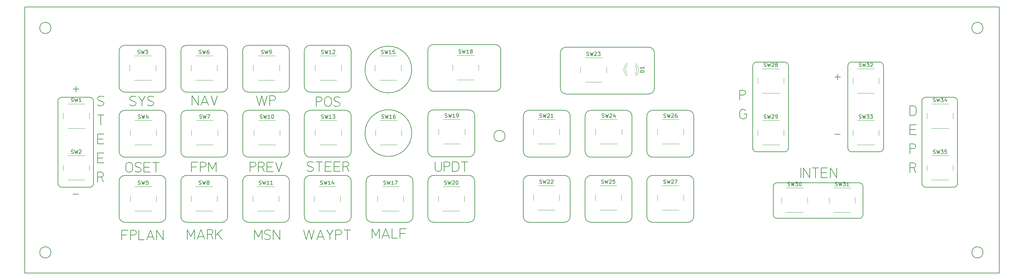
<source format=gbr>
G04 #@! TF.GenerationSoftware,KiCad,Pcbnew,(5.1.4)-1*
G04 #@! TF.CreationDate,2019-08-18T12:41:48-04:00*
G04 #@! TF.ProjectId,A-10C-UFC,412d3130-432d-4554-9643-2e6b69636164,1.2*
G04 #@! TF.SameCoordinates,Original*
G04 #@! TF.FileFunction,Legend,Top*
G04 #@! TF.FilePolarity,Positive*
%FSLAX46Y46*%
G04 Gerber Fmt 4.6, Leading zero omitted, Abs format (unit mm)*
G04 Created by KiCad (PCBNEW (5.1.4)-1) date 2019-08-18 12:41:48*
%MOMM*%
%LPD*%
G04 APERTURE LIST*
%ADD10C,0.200000*%
%ADD11C,0.120000*%
%ADD12C,0.150000*%
G04 APERTURE END LIST*
D10*
X228440171Y-76130200D02*
X228440171Y-66630200D01*
X188567671Y-88852200D02*
G75*
G03X188567671Y-88852200I-1500000J0D01*
G01*
X226940171Y-65130200D02*
X204839171Y-65130200D01*
X204839171Y-77630200D02*
G75*
G02X203339171Y-76130200I0J1500000D01*
G01*
X167943671Y-83416200D02*
X167943671Y-92916200D01*
X180443671Y-92916200D02*
X180443671Y-83416200D01*
X226940171Y-65130200D02*
G75*
G02X228440171Y-66630200I0J-1500000D01*
G01*
X228440171Y-76130200D02*
G75*
G02X226940171Y-77630200I-1500000J0D01*
G01*
X204839171Y-77630200D02*
X226940171Y-77630200D01*
X185923171Y-64416200D02*
G75*
G02X187423171Y-65916200I0J-1500000D01*
G01*
X178943671Y-81916200D02*
G75*
G02X180443671Y-83416200I0J-1500000D01*
G01*
X178943671Y-81916200D02*
X169443671Y-81916200D01*
X187423171Y-75416200D02*
X187423171Y-65916200D01*
X169444171Y-76916200D02*
X185923171Y-76916200D01*
X67240671Y-119980200D02*
G75*
G03X67240671Y-119980200I-1500000J0D01*
G01*
X67240671Y-59980200D02*
G75*
G03X67240671Y-59980200I-1500000J0D01*
G01*
X316240671Y-59980200D02*
G75*
G03X316240671Y-59980200I-1500000J0D01*
G01*
X167944171Y-65916200D02*
X167944171Y-75416200D01*
X169444171Y-76916200D02*
G75*
G02X167944171Y-75416200I0J1500000D01*
G01*
X167943671Y-83416200D02*
G75*
G02X169443671Y-81916200I1500000J0D01*
G01*
X185923171Y-64416200D02*
X169444171Y-64416200D01*
X187423171Y-75416200D02*
G75*
G02X185923171Y-76916200I-1500000J0D01*
G01*
X167944171Y-65916200D02*
G75*
G02X169444171Y-64416200I1500000J0D01*
G01*
X180443671Y-92916200D02*
G75*
G02X178943671Y-94416200I-1500000J0D01*
G01*
X203339171Y-66630200D02*
G75*
G02X204839171Y-65130200I1500000J0D01*
G01*
X203339171Y-66630200D02*
X203339171Y-76130200D01*
X316240671Y-119980200D02*
G75*
G03X316240671Y-119980200I-1500000J0D01*
G01*
X177732741Y-95751200D02*
X177732741Y-98314200D01*
X174486401Y-98313200D02*
X174486401Y-95750200D01*
X158359401Y-113666200D02*
X158359401Y-116229200D01*
X176195071Y-96604530D02*
X176195071Y-97458870D01*
X169873401Y-95750200D02*
X169873401Y-97515820D01*
X154004131Y-115517260D02*
X155000851Y-113666200D01*
X153007401Y-113666200D02*
X154004131Y-115517260D01*
X155968181Y-115517260D02*
X157392071Y-115517260D01*
X158359401Y-116229200D02*
X159783291Y-116229200D01*
X156680131Y-113666200D02*
X157676851Y-116229200D01*
X155683401Y-116229200D02*
X156680131Y-113666200D01*
X155000851Y-113666200D02*
X155000851Y-116229200D01*
X160466401Y-114947700D02*
X161890291Y-114947700D01*
X79699401Y-89650700D02*
X81123291Y-89650700D01*
X270630401Y-97413200D02*
X272339071Y-97413200D01*
X80553741Y-83290200D02*
X80553741Y-85853200D01*
X80196047Y-78238672D02*
G75*
G02X80993427Y-78210195I454304J-1542948D01*
G01*
X269947071Y-99976200D02*
X269947071Y-97413200D01*
X171582071Y-97515820D02*
X171582071Y-95750200D01*
X81050380Y-79662558D02*
G75*
G02X81306681Y-80459943I-166969J-493552D01*
G01*
X79699401Y-83290200D02*
X81408071Y-83290200D01*
X273022401Y-99976200D02*
X274731071Y-99976200D01*
X176878401Y-95751200D02*
X178587071Y-95751200D01*
X171582071Y-97515820D02*
G75*
G02X169873411Y-97515820I-854330J0D01*
G01*
X81408071Y-83290200D02*
X80553741Y-83290200D01*
X80110613Y-80773208D02*
G75*
G02X79711922Y-80516906I142858J660468D01*
G01*
X81306678Y-80459939D02*
G75*
G02X80907990Y-80744716I-618127J443909D01*
G01*
X79797363Y-78523462D02*
G75*
G02X80196051Y-78238685I618128J-443908D01*
G01*
X172265401Y-98313200D02*
X172265401Y-95750200D01*
X173205171Y-95750200D02*
G75*
G02X173205171Y-97031700I0J-640750D01*
G01*
X268238401Y-99976200D02*
X268238401Y-97413200D01*
X178587071Y-95751200D02*
X177732741Y-95751200D01*
X272339071Y-97413200D02*
X271484741Y-97413200D01*
X176195068Y-97458869D02*
G75*
G02X175369214Y-98313199I-824427J-29381D01*
G01*
X277123071Y-99976200D02*
X277123071Y-97413200D01*
X80053661Y-79320830D02*
X81050381Y-79662570D01*
X275414401Y-99976200D02*
X275414401Y-97413200D01*
X273022401Y-97413200D02*
X273022401Y-99976200D01*
X174486401Y-95750200D02*
X175369211Y-95750200D01*
X175369211Y-98313200D02*
X174486401Y-98313200D01*
X80907994Y-80744729D02*
G75*
G02X80110614Y-80773206I-454303J1542949D01*
G01*
X73200611Y-76319700D02*
X74681461Y-76319700D01*
X80053663Y-79320842D02*
G75*
G02X79797360Y-78523458I166968J493552D01*
G01*
X80993428Y-78210194D02*
G75*
G02X81392119Y-78466495I-142857J-660466D01*
G01*
X273022401Y-98694700D02*
X274446291Y-98694700D01*
X175369218Y-95750201D02*
G75*
G02X176195071Y-96604532I-33167J-858389D01*
G01*
X73138401Y-104418700D02*
X74619251Y-104418700D01*
X162175071Y-113666200D02*
X160466401Y-113666200D01*
X73941041Y-77060120D02*
X73941041Y-75579280D01*
X275414401Y-97413200D02*
X277123071Y-99976200D01*
X268238401Y-97413200D02*
X269947071Y-99976200D01*
X173205171Y-97031700D02*
X172265401Y-97031700D01*
X274731071Y-97413200D02*
X273022401Y-97413200D01*
X267555401Y-97413200D02*
X267555401Y-99976200D01*
X271484741Y-97413200D02*
X271484741Y-99976200D01*
X172265401Y-95750200D02*
X173205171Y-95750200D01*
X160466401Y-113666200D02*
X160466401Y-116229200D01*
X141784741Y-116535200D02*
X141784741Y-115253700D01*
X139777071Y-95750200D02*
X138922741Y-95750200D01*
X136189047Y-95778672D02*
G75*
G02X136986427Y-95750195I454304J-1542948D01*
G01*
X143150663Y-79495842D02*
G75*
G02X142894360Y-78698458I166968J493552D01*
G01*
X144090428Y-78385194D02*
G75*
G02X144489119Y-78641495I-142857J-660466D01*
G01*
X138110401Y-80948200D02*
X138110401Y-78385200D01*
X138110401Y-78385200D02*
X139050171Y-78385200D01*
X147252071Y-113972200D02*
X146397741Y-113972200D01*
X145244401Y-97031700D02*
X146241131Y-97031700D01*
X142852401Y-98313200D02*
X144561071Y-98313200D01*
X128353071Y-116535200D02*
X128353071Y-113972200D01*
X145543401Y-113972200D02*
X147252071Y-113972200D01*
X144262171Y-115253700D02*
X143322401Y-115253700D01*
X136147291Y-113972200D02*
X136859241Y-116535200D01*
X136986428Y-95750194D02*
G75*
G02X137385119Y-96006495I-142857J-660466D01*
G01*
X141784741Y-115253700D02*
X142639071Y-113972200D01*
X142153981Y-80093870D02*
G75*
G02X140331401Y-80093870I-911290J0D01*
G01*
X139251131Y-113972200D02*
X140247851Y-116535200D01*
X138254401Y-116535200D02*
X139251131Y-113972200D01*
X140460401Y-95750200D02*
X140460401Y-98313200D01*
X138539181Y-115823260D02*
X139963071Y-115823260D01*
X134723401Y-113972200D02*
X135435351Y-116535200D01*
X146184171Y-97031700D02*
X145244401Y-97031700D01*
X136900994Y-98284729D02*
G75*
G02X136103614Y-98313206I-454303J1542949D01*
G01*
X146241131Y-97031700D02*
X146810681Y-98313200D01*
X136103613Y-98313208D02*
G75*
G02X135704922Y-98056906I142858J660468D01*
G01*
X135790363Y-96063462D02*
G75*
G02X136189051Y-95778685I618128J-443908D01*
G01*
X146184171Y-95750200D02*
G75*
G02X146184171Y-97031700I0J-640750D01*
G01*
X142852401Y-97031700D02*
X144276291Y-97031700D01*
X140460401Y-97031700D02*
X141884291Y-97031700D01*
X136046661Y-96860830D02*
X137043381Y-97202570D01*
X143293047Y-78413672D02*
G75*
G02X144090427Y-78385195I454304J-1542948D01*
G01*
X144004994Y-80919729D02*
G75*
G02X143207614Y-80948206I-454303J1542949D01*
G01*
X139050171Y-78385200D02*
G75*
G02X139050171Y-79666700I0J-640750D01*
G01*
X140460401Y-98313200D02*
X142169071Y-98313200D01*
X138922741Y-95750200D02*
X138922741Y-98313200D01*
X138068401Y-95750200D02*
X139777071Y-95750200D01*
X143207613Y-80948208D02*
G75*
G02X142808922Y-80691906I142858J660468D01*
G01*
X143150661Y-79495830D02*
X144147381Y-79837570D01*
X140331401Y-79239530D02*
G75*
G02X142153981Y-79239530I911290J0D01*
G01*
X137043380Y-97202558D02*
G75*
G02X137299681Y-97999943I-166969J-493552D01*
G01*
X153007401Y-116229200D02*
X153007401Y-113666200D01*
X143322401Y-116535200D02*
X143322401Y-113972200D01*
X135435351Y-116535200D02*
X136147291Y-113972200D01*
X142852401Y-95750200D02*
X142852401Y-98313200D01*
X145244401Y-98313200D02*
X145244401Y-95750200D01*
X140930401Y-113972200D02*
X141784741Y-115253700D01*
X136859241Y-116535200D02*
X137571181Y-113972200D01*
X142169071Y-95750200D02*
X140460401Y-95750200D01*
X146397741Y-113972200D02*
X146397741Y-116535200D01*
X144262171Y-113972200D02*
G75*
G02X144262171Y-115253700I0J-640750D01*
G01*
X140331401Y-79239530D02*
X140331401Y-80093870D01*
X145244401Y-95750200D02*
X146184171Y-95750200D01*
X136046663Y-96860842D02*
G75*
G02X135790360Y-96063458I166968J493552D01*
G01*
X139050171Y-79666700D02*
X138110401Y-79666700D01*
X126644400Y-113972200D02*
X128353071Y-116535200D01*
X141784741Y-115253700D02*
X141784741Y-116535200D01*
X144561071Y-95750200D02*
X142852401Y-95750200D01*
X137299678Y-97999939D02*
G75*
G02X136900990Y-98284716I-618127J443909D01*
G01*
X142153981Y-80093870D02*
X142153981Y-79239530D01*
X144403678Y-80634939D02*
G75*
G02X144004990Y-80919716I-618127J443909D01*
G01*
X142894363Y-78698462D02*
G75*
G02X143293051Y-78413685I618128J-443908D01*
G01*
X144147380Y-79837558D02*
G75*
G02X144403681Y-80634943I-166969J-493552D01*
G01*
X143322401Y-113972200D02*
X144262171Y-113972200D01*
X296684401Y-97343700D02*
X297681131Y-97343700D01*
X251240401Y-79213200D02*
X251240401Y-76650200D01*
X81408071Y-93449200D02*
X79699401Y-93449200D01*
X296684401Y-96062200D02*
X297624171Y-96062200D01*
X96443671Y-64621200D02*
X86943671Y-64621200D01*
X78610671Y-101540200D02*
X78610671Y-79540200D01*
X70110671Y-102540200D02*
G75*
G02X69110671Y-101540200I0J1000000D01*
G01*
X86943671Y-77121200D02*
G75*
G02X85443671Y-75621200I0J1500000D01*
G01*
X296684401Y-83386200D02*
X296684401Y-80823200D01*
X296684401Y-80823200D02*
X297567211Y-80823200D01*
X96443671Y-64621200D02*
G75*
G02X97943671Y-66121200I0J-1500000D01*
G01*
X97943671Y-75621200D02*
X97943671Y-66121200D01*
X77610671Y-78540200D02*
G75*
G02X78610671Y-79540200I0J-1000000D01*
G01*
X296684401Y-88466200D02*
X298393071Y-88466200D01*
X79699401Y-94730700D02*
X81123291Y-94730700D01*
X78610671Y-101540200D02*
G75*
G02X77610671Y-102540200I-1000000J0D01*
G01*
X297624171Y-96062199D02*
G75*
G02X297624171Y-97343701I0J-640751D01*
G01*
X297624171Y-90982200D02*
G75*
G02X297624171Y-92263700I0J-640750D01*
G01*
X296684401Y-98625200D02*
X296684401Y-96062200D01*
X252438471Y-83011700D02*
X253064981Y-83011700D01*
X70110671Y-102540200D02*
X77610671Y-102540200D01*
X297681131Y-97343700D02*
X298250681Y-98625200D01*
X297567211Y-83386200D02*
X296684401Y-83386200D01*
X80639171Y-99809700D02*
X79699401Y-99809700D01*
X276667611Y-73104700D02*
X278148461Y-73104700D01*
X79699401Y-99809700D02*
X80696131Y-99809700D01*
X79699401Y-93449200D02*
X79699401Y-96012200D01*
X298393071Y-85903200D02*
X296684401Y-85903200D01*
X296684401Y-87184700D02*
X298108291Y-87184700D01*
X252180171Y-76650200D02*
G75*
G02X252180171Y-77931700I0J-640750D01*
G01*
X297624171Y-92263700D02*
X296684401Y-92263700D01*
X79699401Y-101091200D02*
X79699401Y-98528200D01*
X296684401Y-90982200D02*
X297624171Y-90982200D01*
X79699401Y-88369200D02*
X79699401Y-90932200D01*
X253064981Y-83011700D02*
X253064981Y-83438870D01*
X298393068Y-82531869D02*
G75*
G02X297567214Y-83386199I-824427J-29381D01*
G01*
X253064982Y-83438870D02*
G75*
G02X251242400Y-83438870I-911291J0D01*
G01*
X80696131Y-99809700D02*
X81265681Y-101091200D01*
X251240401Y-76650200D02*
X252180171Y-76650200D01*
X79699401Y-90932200D02*
X81408071Y-90932200D01*
X79699401Y-98528200D02*
X80639171Y-98528200D01*
X277408041Y-73845120D02*
X277408041Y-72364280D01*
X297624171Y-97343700D02*
X296684401Y-97343700D01*
X296684401Y-85903200D02*
X296684401Y-88466200D01*
X251242406Y-82584533D02*
G75*
G02X252865633Y-82100413I877635J20693D01*
G01*
X297567218Y-80823201D02*
G75*
G02X298393071Y-81677532I-33167J-858389D01*
G01*
X69110671Y-79540200D02*
G75*
G02X70110671Y-78540200I1000000J0D01*
G01*
X296684401Y-93545200D02*
X296684401Y-90982200D01*
X252180171Y-77931700D02*
X251240401Y-77931700D01*
X97943671Y-93018200D02*
G75*
G02X96443671Y-94518200I-1500000J0D01*
G01*
X86943671Y-94518200D02*
X96443671Y-94518200D01*
X97943671Y-75621200D02*
G75*
G02X96443671Y-77121200I-1500000J0D01*
G01*
X298393071Y-81677530D02*
X298393071Y-82531870D01*
X77610671Y-78540200D02*
X70110671Y-78540200D01*
X79699401Y-96012200D02*
X81408071Y-96012200D01*
X86943671Y-94518200D02*
G75*
G02X85443671Y-93018200I0J1500000D01*
G01*
X85443671Y-66121200D02*
X85443671Y-75621200D01*
X276606401Y-88408700D02*
X278087251Y-88408700D01*
X69110671Y-79540200D02*
X69110671Y-101540200D01*
X85443671Y-66121200D02*
G75*
G02X86943671Y-64621200I1500000J0D01*
G01*
X251242401Y-83438870D02*
X251242401Y-82584530D01*
X81408071Y-88369200D02*
X79699401Y-88369200D01*
X80639171Y-98528200D02*
G75*
G02X80639171Y-99809700I0J-640750D01*
G01*
X86943671Y-77121200D02*
X96443671Y-77121200D01*
X147443671Y-75621200D02*
X147443671Y-66121200D01*
X130943671Y-110416200D02*
G75*
G02X129443671Y-111916200I-1500000J0D01*
G01*
X147443671Y-75621200D02*
G75*
G02X145943671Y-77121200I-1500000J0D01*
G01*
X118443671Y-100916200D02*
G75*
G02X119943671Y-99416200I1500000J0D01*
G01*
X101943671Y-100916200D02*
X101943671Y-110416200D01*
X136443671Y-77121200D02*
G75*
G02X134943671Y-75621200I0J1500000D01*
G01*
X130943671Y-110416200D02*
X130943671Y-100916200D01*
X119943671Y-111916200D02*
X129443671Y-111916200D01*
X119943671Y-111916200D02*
G75*
G02X118443671Y-110416200I0J1500000D01*
G01*
X130943671Y-93018200D02*
G75*
G02X129443671Y-94518200I-1500000J0D01*
G01*
X118443671Y-83518200D02*
G75*
G02X119943671Y-82018200I1500000J0D01*
G01*
X119943671Y-94518200D02*
G75*
G02X118443671Y-93018200I0J1500000D01*
G01*
X129443671Y-64621200D02*
G75*
G02X130943671Y-66121200I0J-1500000D01*
G01*
X114443671Y-110416200D02*
G75*
G02X112943671Y-111916200I-1500000J0D01*
G01*
X130943671Y-75621200D02*
G75*
G02X129443671Y-77121200I-1500000J0D01*
G01*
X129443671Y-64621200D02*
X119943671Y-64621200D01*
X101943671Y-100916200D02*
G75*
G02X103443671Y-99416200I1500000J0D01*
G01*
X118443671Y-66121200D02*
G75*
G02X119943671Y-64621200I1500000J0D01*
G01*
X114443671Y-110416200D02*
X114443671Y-100916200D01*
X112943671Y-99416200D02*
X103443671Y-99416200D01*
X118443671Y-83518200D02*
X118443671Y-93018200D01*
X129443671Y-82018200D02*
X119943671Y-82018200D01*
X145943671Y-99416200D02*
G75*
G02X147443671Y-100916200I0J-1500000D01*
G01*
X136443671Y-94518200D02*
X145943671Y-94518200D01*
X163943671Y-110416200D02*
G75*
G02X162443671Y-111916200I-1500000J0D01*
G01*
X152943671Y-111916200D02*
X162443671Y-111916200D01*
X118443671Y-66121200D02*
X118443671Y-75621200D01*
X152943671Y-111916200D02*
G75*
G02X151443671Y-110416200I0J1500000D01*
G01*
X147443671Y-93018200D02*
X147443671Y-83518200D01*
X134943671Y-100916200D02*
X134943671Y-110416200D01*
X145943671Y-64621200D02*
X136443671Y-64621200D01*
X129443671Y-99416200D02*
X119943671Y-99416200D01*
X134943671Y-100916200D02*
G75*
G02X136443671Y-99416200I1500000J0D01*
G01*
X119943671Y-77121200D02*
G75*
G02X118443671Y-75621200I0J1500000D01*
G01*
X134943671Y-66121200D02*
G75*
G02X136443671Y-64621200I1500000J0D01*
G01*
X119943671Y-94518200D02*
X129443671Y-94518200D01*
X129443671Y-99416200D02*
G75*
G02X130943671Y-100916200I0J-1500000D01*
G01*
X145943671Y-99416200D02*
X136443671Y-99416200D01*
X147443671Y-110416200D02*
X147443671Y-100916200D01*
X134943671Y-83518200D02*
X134943671Y-93018200D01*
X145943671Y-82018200D02*
X136443671Y-82018200D01*
X136443671Y-94518200D02*
G75*
G02X134943671Y-93018200I0J1500000D01*
G01*
X134943671Y-66121200D02*
X134943671Y-75621200D01*
X147443671Y-110416200D02*
G75*
G02X145943671Y-111916200I-1500000J0D01*
G01*
X136443671Y-111916200D02*
X145943671Y-111916200D01*
X136443671Y-111916200D02*
G75*
G02X134943671Y-110416200I0J1500000D01*
G01*
X118443671Y-100916200D02*
X118443671Y-110416200D01*
X112943671Y-99416200D02*
G75*
G02X114443671Y-100916200I0J-1500000D01*
G01*
X130943671Y-93018200D02*
X130943671Y-83518200D01*
X136443671Y-77121200D02*
X145943671Y-77121200D01*
X134943671Y-83518200D02*
G75*
G02X136443671Y-82018200I1500000J0D01*
G01*
X130943671Y-75621200D02*
X130943671Y-66121200D01*
X119943671Y-77121200D02*
X129443671Y-77121200D01*
X145943671Y-82018200D02*
G75*
G02X147443671Y-83518200I0J-1500000D01*
G01*
X147443671Y-93018200D02*
G75*
G02X145943671Y-94518200I-1500000J0D01*
G01*
X145943671Y-64621200D02*
G75*
G02X147443671Y-66121200I0J-1500000D01*
G01*
X129443671Y-82018200D02*
G75*
G02X130943671Y-83518200I0J-1500000D01*
G01*
X96443671Y-99416200D02*
X86943671Y-99416200D01*
X85443671Y-100916200D02*
X85443671Y-110416200D01*
X288637671Y-69100200D02*
G75*
G02X289637671Y-70100200I0J-1000000D01*
G01*
X299911671Y-79540200D02*
X299911671Y-101540200D01*
X255743671Y-93100200D02*
X263243671Y-93100200D01*
X281137671Y-93100200D02*
X288637671Y-93100200D01*
X260175671Y-102390200D02*
G75*
G02X261175671Y-101390200I1000000J0D01*
G01*
X283175671Y-101390200D02*
X261175671Y-101390200D01*
X96443671Y-99416200D02*
G75*
G02X97943671Y-100916200I0J-1500000D01*
G01*
X97943671Y-110416200D02*
X97943671Y-100916200D01*
X97943671Y-110416200D02*
G75*
G02X96443671Y-111916200I-1500000J0D01*
G01*
X260175671Y-102390200D02*
X260175671Y-109890200D01*
X264243671Y-92100200D02*
X264243671Y-70100200D01*
X86943671Y-111916200D02*
G75*
G02X85443671Y-110416200I0J1500000D01*
G01*
X261175671Y-110890200D02*
G75*
G02X260175671Y-109890200I0J1000000D01*
G01*
X280137671Y-70100200D02*
X280137671Y-92100200D01*
X289637671Y-92100200D02*
G75*
G02X288637671Y-93100200I-1000000J0D01*
G01*
X309411671Y-101540200D02*
G75*
G02X308411671Y-102540200I-1000000J0D01*
G01*
X255743671Y-93100200D02*
G75*
G02X254743671Y-92100200I0J1000000D01*
G01*
X284175671Y-109890200D02*
X284175671Y-102390200D01*
X280137671Y-70100200D02*
G75*
G02X281137671Y-69100200I1000000J0D01*
G01*
X264243671Y-92100200D02*
G75*
G02X263243671Y-93100200I-1000000J0D01*
G01*
X254743671Y-70100200D02*
G75*
G02X255743671Y-69100200I1000000J0D01*
G01*
X263243671Y-69100200D02*
X255743671Y-69100200D01*
X85443671Y-83518200D02*
G75*
G02X86943671Y-82018200I1500000J0D01*
G01*
X299911671Y-79540200D02*
G75*
G02X300911671Y-78540200I1000000J0D01*
G01*
X300911671Y-102540200D02*
X308411671Y-102540200D01*
X300911671Y-102540200D02*
G75*
G02X299911671Y-101540200I0J1000000D01*
G01*
X96443671Y-82018200D02*
G75*
G02X97943671Y-83518200I0J-1500000D01*
G01*
X103443671Y-111916200D02*
X112943671Y-111916200D01*
X103443671Y-111916200D02*
G75*
G02X101943671Y-110416200I0J1500000D01*
G01*
X114443671Y-93018200D02*
X114443671Y-83518200D01*
X101943671Y-83518200D02*
G75*
G02X103443671Y-82018200I1500000J0D01*
G01*
X101943671Y-66121200D02*
G75*
G02X103443671Y-64621200I1500000J0D01*
G01*
X101943671Y-83518200D02*
X101943671Y-93018200D01*
X284175671Y-109890200D02*
G75*
G02X283175671Y-110890200I-1000000J0D01*
G01*
X112943671Y-82018200D02*
X103443671Y-82018200D01*
X112943671Y-82018200D02*
G75*
G02X114443671Y-83518200I0J-1500000D01*
G01*
X263243671Y-69100200D02*
G75*
G02X264243671Y-70100200I0J-1000000D01*
G01*
X163624671Y-88091200D02*
G75*
G03X163624671Y-88091200I-6250000J0D01*
G01*
X103443671Y-77121200D02*
G75*
G02X101943671Y-75621200I0J1500000D01*
G01*
X283175671Y-101390200D02*
G75*
G02X284175671Y-102390200I0J-1000000D01*
G01*
X309411671Y-101540200D02*
X309411671Y-79540200D01*
X86943671Y-111916200D02*
X96443671Y-111916200D01*
X308411671Y-78540200D02*
G75*
G02X309411671Y-79540200I0J-1000000D01*
G01*
X85443671Y-100916200D02*
G75*
G02X86943671Y-99416200I1500000J0D01*
G01*
X254743671Y-70100200D02*
X254743671Y-92100200D01*
X114443671Y-93018200D02*
G75*
G02X112943671Y-94518200I-1500000J0D01*
G01*
X289637671Y-92100200D02*
X289637671Y-70100200D01*
X112943671Y-64621200D02*
X103443671Y-64621200D01*
X288637671Y-69100200D02*
X281137671Y-69100200D01*
X114443671Y-75621200D02*
G75*
G02X112943671Y-77121200I-1500000J0D01*
G01*
X103443671Y-94518200D02*
X112943671Y-94518200D01*
X103443671Y-94518200D02*
G75*
G02X101943671Y-93018200I0J1500000D01*
G01*
X101943671Y-66121200D02*
X101943671Y-75621200D01*
X112943671Y-64621200D02*
G75*
G02X114443671Y-66121200I0J-1500000D01*
G01*
X114443671Y-75621200D02*
X114443671Y-66121200D01*
X261175671Y-110890200D02*
X283175671Y-110890200D01*
X103443671Y-77121200D02*
X112943671Y-77121200D01*
X281137671Y-93100200D02*
G75*
G02X280137671Y-92100200I0J1000000D01*
G01*
X96443671Y-82018200D02*
X86943671Y-82018200D01*
X308411671Y-78540200D02*
X300911671Y-78540200D01*
X97943671Y-93018200D02*
X97943671Y-83518200D01*
X85443671Y-83518200D02*
X85443671Y-93018200D01*
X226443671Y-100916200D02*
G75*
G02X227943671Y-99416200I1500000J0D01*
G01*
X227943671Y-111916200D02*
X237443671Y-111916200D01*
X178943671Y-99416200D02*
G75*
G02X180443671Y-100916200I0J-1500000D01*
G01*
X205943671Y-110416200D02*
G75*
G02X204443671Y-111916200I-1500000J0D01*
G01*
X238943671Y-110416200D02*
X238943671Y-100916200D01*
X211443671Y-111916200D02*
X220943671Y-111916200D01*
X162443671Y-99416200D02*
X152943671Y-99416200D01*
X204443671Y-99416200D02*
G75*
G02X205943671Y-100916200I0J-1500000D01*
G01*
X209943671Y-83518200D02*
G75*
G02X211443671Y-82018200I1500000J0D01*
G01*
X211443671Y-94518200D02*
G75*
G02X209943671Y-93018200I0J1500000D01*
G01*
X237443671Y-99416200D02*
X227943671Y-99416200D01*
X193443671Y-100916200D02*
X193443671Y-110416200D01*
X194943671Y-111916200D02*
G75*
G02X193443671Y-110416200I0J1500000D01*
G01*
X204443671Y-99416200D02*
X194943671Y-99416200D01*
X180443671Y-110416200D02*
X180443671Y-100916200D01*
X204443671Y-82018200D02*
G75*
G02X205943671Y-83518200I0J-1500000D01*
G01*
X237443671Y-99416200D02*
G75*
G02X238943671Y-100916200I0J-1500000D01*
G01*
X237443671Y-82018200D02*
G75*
G02X238943671Y-83518200I0J-1500000D01*
G01*
X238943671Y-110416200D02*
G75*
G02X237443671Y-111916200I-1500000J0D01*
G01*
X227943671Y-111916200D02*
G75*
G02X226443671Y-110416200I0J1500000D01*
G01*
X238943671Y-93018200D02*
X238943671Y-83518200D01*
X238943671Y-93018200D02*
G75*
G02X237443671Y-94518200I-1500000J0D01*
G01*
X209943671Y-100916200D02*
X209943671Y-110416200D01*
X205943671Y-110416200D02*
X205943671Y-100916200D01*
X193443671Y-83518200D02*
G75*
G02X194943671Y-82018200I1500000J0D01*
G01*
X227943671Y-94518200D02*
X237443671Y-94518200D01*
X178943671Y-99416200D02*
X169443671Y-99416200D01*
X220943671Y-99416200D02*
X211443671Y-99416200D01*
X205943671Y-93018200D02*
X205943671Y-83518200D01*
X209943671Y-83518200D02*
X209943671Y-93018200D01*
X167943671Y-100916200D02*
X167943671Y-110416200D01*
X163943671Y-110416200D02*
X163943671Y-100916200D01*
X211443671Y-111916200D02*
G75*
G02X209943671Y-110416200I0J1500000D01*
G01*
X169443671Y-111916200D02*
X178943671Y-111916200D01*
X220943671Y-82018200D02*
G75*
G02X222443671Y-83518200I0J-1500000D01*
G01*
X204443671Y-82018200D02*
X194943671Y-82018200D01*
X222443671Y-93018200D02*
G75*
G02X220943671Y-94518200I-1500000J0D01*
G01*
X163624671Y-71091200D02*
G75*
G03X163624671Y-71091200I-6250000J0D01*
G01*
X180443671Y-110416200D02*
G75*
G02X178943671Y-111916200I-1500000J0D01*
G01*
X151443671Y-100916200D02*
G75*
G02X152943671Y-99416200I1500000J0D01*
G01*
X194943671Y-94518200D02*
G75*
G02X193443671Y-93018200I0J1500000D01*
G01*
X211443671Y-94518200D02*
X220943671Y-94518200D01*
X237443671Y-82018200D02*
X227943671Y-82018200D01*
X226443671Y-83518200D02*
G75*
G02X227943671Y-82018200I1500000J0D01*
G01*
X222443671Y-110416200D02*
X222443671Y-100916200D01*
X222443671Y-110416200D02*
G75*
G02X220943671Y-111916200I-1500000J0D01*
G01*
X220943671Y-82018200D02*
X211443671Y-82018200D01*
X193443671Y-100916200D02*
G75*
G02X194943671Y-99416200I1500000J0D01*
G01*
X205943671Y-93018200D02*
G75*
G02X204443671Y-94518200I-1500000J0D01*
G01*
X194943671Y-94518200D02*
X204443671Y-94518200D01*
X169443671Y-94416200D02*
X178943671Y-94416200D01*
X169443671Y-94416200D02*
G75*
G02X167943671Y-92916200I0J1500000D01*
G01*
X222443671Y-93018200D02*
X222443671Y-83518200D01*
X193443671Y-83518200D02*
X193443671Y-93018200D01*
X167943671Y-100916200D02*
G75*
G02X169443671Y-99416200I1500000J0D01*
G01*
X226443671Y-100916200D02*
X226443671Y-110416200D01*
X226443671Y-83518200D02*
X226443671Y-93018200D01*
X209943671Y-100916200D02*
G75*
G02X211443671Y-99416200I1500000J0D01*
G01*
X220943671Y-99416200D02*
G75*
G02X222443671Y-100916200I0J-1500000D01*
G01*
X194943671Y-111916200D02*
X204443671Y-111916200D01*
X169443671Y-111916200D02*
G75*
G02X167943671Y-110416200I0J1500000D01*
G01*
X162443671Y-99416200D02*
G75*
G02X163943671Y-100916200I0J-1500000D01*
G01*
X151443671Y-100916200D02*
X151443671Y-110416200D01*
X227943671Y-94518200D02*
G75*
G02X226443671Y-93018200I0J1500000D01*
G01*
X124679613Y-116535208D02*
G75*
G02X124280922Y-116278906I142858J660468D01*
G01*
X90882994Y-98488729D02*
G75*
G02X90085614Y-98517206I-454303J1542949D01*
G01*
X91025380Y-97406558D02*
G75*
G02X91281681Y-98203943I-166969J-493552D01*
G01*
X95296741Y-95954200D02*
X95296741Y-98517200D01*
X89641380Y-79673558D02*
G75*
G02X89897681Y-80470943I-166969J-493552D01*
G01*
X88644661Y-79331830D02*
X89641381Y-79673570D01*
X92050401Y-97235700D02*
X93474291Y-97235700D01*
X89584428Y-78221194D02*
G75*
G02X89983119Y-78477495I-142857J-660466D01*
G01*
X90968428Y-95954194D02*
G75*
G02X91367119Y-96210495I-142857J-660466D01*
G01*
X91281678Y-98203939D02*
G75*
G02X90882990Y-98488716I-618127J443909D01*
G01*
X90085613Y-98517208D02*
G75*
G02X89686922Y-98260906I142858J660468D01*
G01*
X92050401Y-95954200D02*
X92050401Y-98517200D01*
X92050401Y-98517200D02*
X93759071Y-98517200D01*
X90028661Y-97064830D02*
X91025381Y-97406570D01*
X88701613Y-80784208D02*
G75*
G02X88302922Y-80527906I142858J660468D01*
G01*
X93759071Y-95954200D02*
X92050401Y-95954200D01*
X88644663Y-79331842D02*
G75*
G02X88388360Y-78534458I166968J493552D01*
G01*
X90171047Y-95982672D02*
G75*
G02X90968427Y-95954195I454304J-1542948D01*
G01*
X89772363Y-96267462D02*
G75*
G02X90171051Y-95982685I618128J-443908D01*
G01*
X94442401Y-95954200D02*
X96151071Y-95954200D01*
X88787047Y-78249672D02*
G75*
G02X89584427Y-78221195I454304J-1542948D01*
G01*
X90666401Y-78221200D02*
X91520741Y-79502700D01*
X89498994Y-80755729D02*
G75*
G02X88701614Y-80784206I-454303J1542949D01*
G01*
X89897678Y-80470939D02*
G75*
G02X89498990Y-80755716I-618127J443909D01*
G01*
X96151071Y-95954200D02*
X95296741Y-95954200D01*
X90028663Y-97064842D02*
G75*
G02X89772360Y-96267458I166968J493552D01*
G01*
X88388363Y-78534462D02*
G75*
G02X88787051Y-78249685I618128J-443908D01*
G01*
X93428613Y-80784208D02*
G75*
G02X93029922Y-80527906I142858J660468D01*
G01*
X93115363Y-78534462D02*
G75*
G02X93514051Y-78249685I618128J-443908D01*
G01*
X91520741Y-79502700D02*
X91520741Y-80784200D01*
X109350401Y-95862200D02*
X110347131Y-97713260D01*
X104737401Y-95862200D02*
X104737401Y-98425200D01*
X93371660Y-79331830D02*
X94368381Y-79673570D01*
X108319131Y-78089200D02*
X109315851Y-80652200D01*
X91520741Y-80784200D02*
X91520741Y-79502700D01*
X94368380Y-79673558D02*
G75*
G02X94624681Y-80470943I-166969J-493552D01*
G01*
X93371663Y-79331842D02*
G75*
G02X93115360Y-78534458I166968J493552D01*
G01*
X105617851Y-113871200D02*
X105617851Y-116434200D01*
X104621131Y-115722260D02*
X105617851Y-113871200D01*
X103624401Y-113871200D02*
X104621131Y-115722260D01*
X108069171Y-97143700D02*
X107129401Y-97143700D01*
X106446071Y-95862200D02*
X104737401Y-95862200D01*
X104737401Y-97143700D02*
X106161291Y-97143700D01*
X103624401Y-116434200D02*
X103624401Y-113871200D01*
X107129401Y-95862200D02*
X108069171Y-95862200D01*
X94225994Y-80755728D02*
G75*
G02X93428614Y-80784206I-454304J1542948D01*
G01*
X107129401Y-98425200D02*
X107129401Y-95862200D01*
X110852741Y-80652200D02*
X111707071Y-78089200D01*
X107322401Y-80652200D02*
X108319131Y-78089200D01*
X93514047Y-78249672D02*
G75*
G02X94311427Y-78221195I454304J-1542948D01*
G01*
X104930401Y-78089200D02*
X106639071Y-80652200D01*
X104930401Y-80652200D02*
X104930401Y-78089200D01*
X94311428Y-78221194D02*
G75*
G02X94710119Y-78477495I-142857J-660466D01*
G01*
X106639071Y-80652200D02*
X106639071Y-78089200D01*
X91520741Y-79502700D02*
X92375071Y-78221200D01*
X111343851Y-95862200D02*
X111343851Y-98425200D01*
X110347131Y-97713260D02*
X111343851Y-95862200D01*
X109350401Y-98425200D02*
X109350401Y-95862200D01*
X108069171Y-95862200D02*
G75*
G02X108069171Y-97143700I0J-640750D01*
G01*
X109998401Y-78089200D02*
X110852741Y-80652200D01*
X107607181Y-79940260D02*
X109031071Y-79940260D01*
X94624678Y-80470939D02*
G75*
G02X94225990Y-80755716I-618127J443909D01*
G01*
X320590671Y-54360200D02*
X320590671Y-125480200D01*
X60240671Y-125480200D02*
X60240671Y-54360200D01*
X87209401Y-96808530D02*
X87209401Y-97662870D01*
X87209401Y-96808530D02*
G75*
G02X89031981Y-96808530I911290J0D01*
G01*
X89031981Y-97662870D02*
X89031981Y-96808530D01*
X89031982Y-97662870D02*
G75*
G02X87209400Y-97662870I-911291J0D01*
G01*
X97201071Y-116597200D02*
X97201071Y-114034200D01*
X95492401Y-114034200D02*
X97201071Y-116597200D01*
X95492401Y-116597200D02*
X95492401Y-114034200D01*
X89428171Y-115315700D02*
X88488401Y-115315700D01*
X93813131Y-114034200D02*
X94809851Y-116597200D01*
X90709401Y-114034200D02*
X90709401Y-116597200D01*
X88488401Y-116597200D02*
X88488401Y-114034200D01*
X87805071Y-114034200D02*
X86096401Y-114034200D01*
X86096401Y-115315700D02*
X87520291Y-115315700D01*
X92816401Y-116597200D02*
X93813131Y-114034200D01*
X93101180Y-115885260D02*
X94525071Y-115885260D01*
X320590671Y-125480200D02*
X60240671Y-125480200D01*
X88488401Y-114034200D02*
X89428171Y-114034200D01*
X86096401Y-114034200D02*
X86096401Y-116597200D01*
X90709401Y-116597200D02*
X92133291Y-116597200D01*
X89428171Y-114034199D02*
G75*
G02X89428171Y-115315701I0J-640751D01*
G01*
X60240671Y-54360200D02*
X320590671Y-54360200D01*
X124622662Y-115082841D02*
G75*
G02X124366360Y-114285458I166968J493551D01*
G01*
X124765047Y-114000672D02*
G75*
G02X125562427Y-113972195I454304J-1542948D01*
G01*
X123626851Y-113972200D02*
X123626851Y-116535200D01*
X125562428Y-113972194D02*
G75*
G02X125961119Y-114228495I-142857J-660466D01*
G01*
X121633401Y-116535200D02*
X121633401Y-113972200D01*
X127273401Y-95831200D02*
X128127741Y-98394200D01*
X121633401Y-113972200D02*
X122630131Y-115823260D01*
X128127741Y-98394200D02*
X128982071Y-95831200D01*
X124366363Y-114285462D02*
G75*
G02X124765051Y-114000685I618128J-443908D01*
G01*
X125476994Y-116506729D02*
G75*
G02X124679614Y-116535206I-454303J1542949D01*
G01*
X125875678Y-116221939D02*
G75*
G02X125476990Y-116506716I-618127J443909D01*
G01*
X125619380Y-115424558D02*
G75*
G02X125875681Y-116221943I-166969J-493552D01*
G01*
X124622661Y-115082830D02*
X125619381Y-115424570D01*
X122630131Y-115823260D02*
X123626851Y-113972200D01*
X111681531Y-115010310D02*
X112906071Y-116434200D01*
X109916171Y-113871199D02*
G75*
G02X109916171Y-115152701I0J-640751D01*
G01*
X107297131Y-113871200D02*
X108293851Y-116434200D01*
X111197401Y-116434200D02*
X111197401Y-115465960D01*
X109973131Y-115152700D02*
X110542681Y-116434200D01*
X108976401Y-116434200D02*
X108976401Y-113871200D01*
X124881401Y-98394200D02*
X126590071Y-98394200D01*
X124881401Y-95831200D02*
X124881401Y-98394200D01*
X123657131Y-97112700D02*
X124226681Y-98394200D01*
X120439401Y-95831200D02*
X121379171Y-95831200D01*
X126590071Y-95831200D02*
X124881401Y-95831200D01*
X108976401Y-115152700D02*
X109973131Y-115152700D01*
X122660401Y-97112700D02*
X123657131Y-97112700D01*
X123600171Y-97112700D02*
X122660401Y-97112700D01*
X111197401Y-113871200D02*
X111197401Y-116434200D01*
X121379171Y-95831200D02*
G75*
G02X121379171Y-97112700I0J-640750D01*
G01*
X123557291Y-78109200D02*
X124269241Y-80672200D01*
X111197401Y-115465960D02*
X111681531Y-115010310D01*
X122660401Y-98394200D02*
X122660401Y-95831200D01*
X120439401Y-98394200D02*
X120439401Y-95831200D01*
X122845351Y-80672200D02*
X123557291Y-78109200D01*
X106585181Y-115722260D02*
X108009071Y-115722260D01*
X109916171Y-115152700D02*
X108976401Y-115152700D01*
X108976401Y-113871200D02*
X109916171Y-113871200D01*
X122133401Y-78109200D02*
X122845351Y-80672200D01*
X124881401Y-97112700D02*
X126305291Y-97112700D01*
X123600171Y-95831200D02*
G75*
G02X123600171Y-97112700I0J-640750D01*
G01*
X122660401Y-95831200D02*
X123600171Y-95831200D01*
X121379171Y-97112700D02*
X120439401Y-97112700D01*
X126604171Y-79390700D02*
X125664401Y-79390700D01*
X126604171Y-78109200D02*
G75*
G02X126604171Y-79390700I0J-640750D01*
G01*
X125664401Y-78109200D02*
X126604171Y-78109200D01*
X125664401Y-80672200D02*
X125664401Y-78109200D01*
X106300401Y-116434200D02*
X107297131Y-113871200D01*
X124269241Y-80672200D02*
X124981181Y-78109200D01*
X111681531Y-115010310D02*
X112906071Y-113871200D01*
X112906071Y-116434200D02*
X111681531Y-115010310D01*
X126644400Y-116535200D02*
X126644400Y-113972200D01*
D11*
X308248000Y-98123000D02*
X308248000Y-96623000D01*
X306998000Y-94123000D02*
X302498000Y-94123000D01*
X301248000Y-96623000D02*
X301248000Y-98123000D01*
X302498000Y-100623000D02*
X306998000Y-100623000D01*
X308248000Y-84280000D02*
X308248000Y-82780000D01*
X306998000Y-80280000D02*
X302498000Y-80280000D01*
X301248000Y-82780000D02*
X301248000Y-84280000D01*
X302498000Y-86780000D02*
X306998000Y-86780000D01*
X288436000Y-88725000D02*
X288436000Y-87225000D01*
X287186000Y-84725000D02*
X282686000Y-84725000D01*
X281436000Y-87225000D02*
X281436000Y-88725000D01*
X282686000Y-91225000D02*
X287186000Y-91225000D01*
X288436000Y-74882000D02*
X288436000Y-73382000D01*
X287186000Y-70882000D02*
X282686000Y-70882000D01*
X281436000Y-73382000D02*
X281436000Y-74882000D01*
X282686000Y-77382000D02*
X287186000Y-77382000D01*
X282086000Y-106759000D02*
X282086000Y-105259000D01*
X280836000Y-102759000D02*
X276336000Y-102759000D01*
X275086000Y-105259000D02*
X275086000Y-106759000D01*
X276336000Y-109259000D02*
X280836000Y-109259000D01*
X269386000Y-106759000D02*
X269386000Y-105259000D01*
X268136000Y-102759000D02*
X263636000Y-102759000D01*
X262386000Y-105259000D02*
X262386000Y-106759000D01*
X263636000Y-109259000D02*
X268136000Y-109259000D01*
X263036000Y-88725000D02*
X263036000Y-87225000D01*
X261786000Y-84725000D02*
X257286000Y-84725000D01*
X256036000Y-87225000D02*
X256036000Y-88725000D01*
X257286000Y-91225000D02*
X261786000Y-91225000D01*
X263036000Y-74882000D02*
X263036000Y-73382000D01*
X261786000Y-70882000D02*
X257286000Y-70882000D01*
X256036000Y-73382000D02*
X256036000Y-74882000D01*
X257286000Y-77382000D02*
X261786000Y-77382000D01*
X236239000Y-106124000D02*
X236239000Y-104624000D01*
X234989000Y-102124000D02*
X230489000Y-102124000D01*
X229239000Y-104624000D02*
X229239000Y-106124000D01*
X230489000Y-108624000D02*
X234989000Y-108624000D01*
X236239000Y-88471000D02*
X236239000Y-86971000D01*
X234989000Y-84471000D02*
X230489000Y-84471000D01*
X229239000Y-86971000D02*
X229239000Y-88471000D01*
X230489000Y-90971000D02*
X234989000Y-90971000D01*
X219602000Y-106124000D02*
X219602000Y-104624000D01*
X218352000Y-102124000D02*
X213852000Y-102124000D01*
X212602000Y-104624000D02*
X212602000Y-106124000D01*
X213852000Y-108624000D02*
X218352000Y-108624000D01*
X219729000Y-88471000D02*
X219729000Y-86971000D01*
X218479000Y-84471000D02*
X213979000Y-84471000D01*
X212729000Y-86971000D02*
X212729000Y-88471000D01*
X213979000Y-90971000D02*
X218479000Y-90971000D01*
X215665000Y-71961000D02*
X215665000Y-70461000D01*
X214415000Y-67961000D02*
X209915000Y-67961000D01*
X208665000Y-70461000D02*
X208665000Y-71961000D01*
X209915000Y-74461000D02*
X214415000Y-74461000D01*
X203092000Y-106124000D02*
X203092000Y-104624000D01*
X201842000Y-102124000D02*
X197342000Y-102124000D01*
X196092000Y-104624000D02*
X196092000Y-106124000D01*
X197342000Y-108624000D02*
X201842000Y-108624000D01*
X203092000Y-88471000D02*
X203092000Y-86971000D01*
X201842000Y-84471000D02*
X197342000Y-84471000D01*
X196092000Y-86971000D02*
X196092000Y-88471000D01*
X197342000Y-90971000D02*
X201842000Y-90971000D01*
X177692000Y-106378000D02*
X177692000Y-104878000D01*
X176442000Y-102378000D02*
X171942000Y-102378000D01*
X170692000Y-104878000D02*
X170692000Y-106378000D01*
X171942000Y-108878000D02*
X176442000Y-108878000D01*
X177819000Y-88471000D02*
X177819000Y-86971000D01*
X176569000Y-84471000D02*
X172069000Y-84471000D01*
X170819000Y-86971000D02*
X170819000Y-88471000D01*
X172069000Y-90971000D02*
X176569000Y-90971000D01*
X181502000Y-71326000D02*
X181502000Y-69826000D01*
X180252000Y-67326000D02*
X175752000Y-67326000D01*
X174502000Y-69826000D02*
X174502000Y-71326000D01*
X175752000Y-73826000D02*
X180252000Y-73826000D01*
X161436000Y-106378000D02*
X161436000Y-104878000D01*
X160186000Y-102378000D02*
X155686000Y-102378000D01*
X154436000Y-104878000D02*
X154436000Y-106378000D01*
X155686000Y-108878000D02*
X160186000Y-108878000D01*
X160928000Y-88725000D02*
X160928000Y-87225000D01*
X159678000Y-84725000D02*
X155178000Y-84725000D01*
X153928000Y-87225000D02*
X153928000Y-88725000D01*
X155178000Y-91225000D02*
X159678000Y-91225000D01*
X160801000Y-71453000D02*
X160801000Y-69953000D01*
X159551000Y-67453000D02*
X155051000Y-67453000D01*
X153801000Y-69953000D02*
X153801000Y-71453000D01*
X155051000Y-73953000D02*
X159551000Y-73953000D01*
X144545000Y-106378000D02*
X144545000Y-104878000D01*
X143295000Y-102378000D02*
X138795000Y-102378000D01*
X137545000Y-104878000D02*
X137545000Y-106378000D01*
X138795000Y-108878000D02*
X143295000Y-108878000D01*
X144799000Y-88725000D02*
X144799000Y-87225000D01*
X143549000Y-84725000D02*
X139049000Y-84725000D01*
X137799000Y-87225000D02*
X137799000Y-88725000D01*
X139049000Y-91225000D02*
X143549000Y-91225000D01*
X144799000Y-71453000D02*
X144799000Y-69953000D01*
X143549000Y-67453000D02*
X139049000Y-67453000D01*
X137799000Y-69953000D02*
X137799000Y-71453000D01*
X139049000Y-73953000D02*
X143549000Y-73953000D01*
X128162000Y-106378000D02*
X128162000Y-104878000D01*
X126912000Y-102378000D02*
X122412000Y-102378000D01*
X121162000Y-104878000D02*
X121162000Y-106378000D01*
X122412000Y-108878000D02*
X126912000Y-108878000D01*
X128416000Y-88725000D02*
X128416000Y-87225000D01*
X127166000Y-84725000D02*
X122666000Y-84725000D01*
X121416000Y-87225000D02*
X121416000Y-88725000D01*
X122666000Y-91225000D02*
X127166000Y-91225000D01*
X128289000Y-71453000D02*
X128289000Y-69953000D01*
X127039000Y-67453000D02*
X122539000Y-67453000D01*
X121289000Y-69953000D02*
X121289000Y-71453000D01*
X122539000Y-73953000D02*
X127039000Y-73953000D01*
X111652000Y-106378000D02*
X111652000Y-104878000D01*
X110402000Y-102378000D02*
X105902000Y-102378000D01*
X104652000Y-104878000D02*
X104652000Y-106378000D01*
X105902000Y-108878000D02*
X110402000Y-108878000D01*
X111779000Y-88725000D02*
X111779000Y-87225000D01*
X110529000Y-84725000D02*
X106029000Y-84725000D01*
X104779000Y-87225000D02*
X104779000Y-88725000D01*
X106029000Y-91225000D02*
X110529000Y-91225000D01*
X111652000Y-71453000D02*
X111652000Y-69953000D01*
X110402000Y-67453000D02*
X105902000Y-67453000D01*
X104652000Y-69953000D02*
X104652000Y-71453000D01*
X105902000Y-73953000D02*
X110402000Y-73953000D01*
X95396000Y-106378000D02*
X95396000Y-104878000D01*
X94146000Y-102378000D02*
X89646000Y-102378000D01*
X88396000Y-104878000D02*
X88396000Y-106378000D01*
X89646000Y-108878000D02*
X94146000Y-108878000D01*
X95396000Y-88725000D02*
X95396000Y-87225000D01*
X94146000Y-84725000D02*
X89646000Y-84725000D01*
X88396000Y-87225000D02*
X88396000Y-88725000D01*
X89646000Y-91225000D02*
X94146000Y-91225000D01*
X95269000Y-71453000D02*
X95269000Y-69953000D01*
X94019000Y-67453000D02*
X89519000Y-67453000D01*
X88269000Y-69953000D02*
X88269000Y-71453000D01*
X89519000Y-73953000D02*
X94019000Y-73953000D01*
X77489000Y-98123000D02*
X77489000Y-96623000D01*
X76239000Y-94123000D02*
X71739000Y-94123000D01*
X70489000Y-96623000D02*
X70489000Y-98123000D01*
X71739000Y-100623000D02*
X76239000Y-100623000D01*
X77489000Y-84280000D02*
X77489000Y-82780000D01*
X76239000Y-80280000D02*
X71739000Y-80280000D01*
X70489000Y-82780000D02*
X70489000Y-84280000D01*
X71739000Y-86780000D02*
X76239000Y-86780000D01*
X223328608Y-72792335D02*
G75*
G03X223485516Y-69560000I-1078608J1672335D01*
G01*
X221171392Y-72792335D02*
G75*
G02X221014484Y-69560000I1078608J1672335D01*
G01*
X223329837Y-72161130D02*
G75*
G03X223330000Y-70079039I-1079837J1041130D01*
G01*
X221170163Y-72161130D02*
G75*
G02X221170000Y-70079039I1079837J1041130D01*
G01*
X223486000Y-69560000D02*
X223330000Y-69560000D01*
X221170000Y-69560000D02*
X221014000Y-69560000D01*
D12*
X302938476Y-93527761D02*
X303081333Y-93575380D01*
X303319428Y-93575380D01*
X303414666Y-93527761D01*
X303462285Y-93480142D01*
X303509904Y-93384904D01*
X303509904Y-93289666D01*
X303462285Y-93194428D01*
X303414666Y-93146809D01*
X303319428Y-93099190D01*
X303128952Y-93051571D01*
X303033714Y-93003952D01*
X302986095Y-92956333D01*
X302938476Y-92861095D01*
X302938476Y-92765857D01*
X302986095Y-92670619D01*
X303033714Y-92623000D01*
X303128952Y-92575380D01*
X303367047Y-92575380D01*
X303509904Y-92623000D01*
X303843238Y-92575380D02*
X304081333Y-93575380D01*
X304271809Y-92861095D01*
X304462285Y-93575380D01*
X304700380Y-92575380D01*
X304986095Y-92575380D02*
X305605142Y-92575380D01*
X305271809Y-92956333D01*
X305414666Y-92956333D01*
X305509904Y-93003952D01*
X305557523Y-93051571D01*
X305605142Y-93146809D01*
X305605142Y-93384904D01*
X305557523Y-93480142D01*
X305509904Y-93527761D01*
X305414666Y-93575380D01*
X305128952Y-93575380D01*
X305033714Y-93527761D01*
X304986095Y-93480142D01*
X306509904Y-92575380D02*
X306033714Y-92575380D01*
X305986095Y-93051571D01*
X306033714Y-93003952D01*
X306128952Y-92956333D01*
X306367047Y-92956333D01*
X306462285Y-93003952D01*
X306509904Y-93051571D01*
X306557523Y-93146809D01*
X306557523Y-93384904D01*
X306509904Y-93480142D01*
X306462285Y-93527761D01*
X306367047Y-93575380D01*
X306128952Y-93575380D01*
X306033714Y-93527761D01*
X305986095Y-93480142D01*
X302938476Y-79684761D02*
X303081333Y-79732380D01*
X303319428Y-79732380D01*
X303414666Y-79684761D01*
X303462285Y-79637142D01*
X303509904Y-79541904D01*
X303509904Y-79446666D01*
X303462285Y-79351428D01*
X303414666Y-79303809D01*
X303319428Y-79256190D01*
X303128952Y-79208571D01*
X303033714Y-79160952D01*
X302986095Y-79113333D01*
X302938476Y-79018095D01*
X302938476Y-78922857D01*
X302986095Y-78827619D01*
X303033714Y-78780000D01*
X303128952Y-78732380D01*
X303367047Y-78732380D01*
X303509904Y-78780000D01*
X303843238Y-78732380D02*
X304081333Y-79732380D01*
X304271809Y-79018095D01*
X304462285Y-79732380D01*
X304700380Y-78732380D01*
X304986095Y-78732380D02*
X305605142Y-78732380D01*
X305271809Y-79113333D01*
X305414666Y-79113333D01*
X305509904Y-79160952D01*
X305557523Y-79208571D01*
X305605142Y-79303809D01*
X305605142Y-79541904D01*
X305557523Y-79637142D01*
X305509904Y-79684761D01*
X305414666Y-79732380D01*
X305128952Y-79732380D01*
X305033714Y-79684761D01*
X304986095Y-79637142D01*
X306462285Y-79065714D02*
X306462285Y-79732380D01*
X306224190Y-78684761D02*
X305986095Y-79399047D01*
X306605142Y-79399047D01*
X283126476Y-84129761D02*
X283269333Y-84177380D01*
X283507428Y-84177380D01*
X283602666Y-84129761D01*
X283650285Y-84082142D01*
X283697904Y-83986904D01*
X283697904Y-83891666D01*
X283650285Y-83796428D01*
X283602666Y-83748809D01*
X283507428Y-83701190D01*
X283316952Y-83653571D01*
X283221714Y-83605952D01*
X283174095Y-83558333D01*
X283126476Y-83463095D01*
X283126476Y-83367857D01*
X283174095Y-83272619D01*
X283221714Y-83225000D01*
X283316952Y-83177380D01*
X283555047Y-83177380D01*
X283697904Y-83225000D01*
X284031238Y-83177380D02*
X284269333Y-84177380D01*
X284459809Y-83463095D01*
X284650285Y-84177380D01*
X284888380Y-83177380D01*
X285174095Y-83177380D02*
X285793142Y-83177380D01*
X285459809Y-83558333D01*
X285602666Y-83558333D01*
X285697904Y-83605952D01*
X285745523Y-83653571D01*
X285793142Y-83748809D01*
X285793142Y-83986904D01*
X285745523Y-84082142D01*
X285697904Y-84129761D01*
X285602666Y-84177380D01*
X285316952Y-84177380D01*
X285221714Y-84129761D01*
X285174095Y-84082142D01*
X286126476Y-83177380D02*
X286745523Y-83177380D01*
X286412190Y-83558333D01*
X286555047Y-83558333D01*
X286650285Y-83605952D01*
X286697904Y-83653571D01*
X286745523Y-83748809D01*
X286745523Y-83986904D01*
X286697904Y-84082142D01*
X286650285Y-84129761D01*
X286555047Y-84177380D01*
X286269333Y-84177380D01*
X286174095Y-84129761D01*
X286126476Y-84082142D01*
X283126476Y-70286761D02*
X283269333Y-70334380D01*
X283507428Y-70334380D01*
X283602666Y-70286761D01*
X283650285Y-70239142D01*
X283697904Y-70143904D01*
X283697904Y-70048666D01*
X283650285Y-69953428D01*
X283602666Y-69905809D01*
X283507428Y-69858190D01*
X283316952Y-69810571D01*
X283221714Y-69762952D01*
X283174095Y-69715333D01*
X283126476Y-69620095D01*
X283126476Y-69524857D01*
X283174095Y-69429619D01*
X283221714Y-69382000D01*
X283316952Y-69334380D01*
X283555047Y-69334380D01*
X283697904Y-69382000D01*
X284031238Y-69334380D02*
X284269333Y-70334380D01*
X284459809Y-69620095D01*
X284650285Y-70334380D01*
X284888380Y-69334380D01*
X285174095Y-69334380D02*
X285793142Y-69334380D01*
X285459809Y-69715333D01*
X285602666Y-69715333D01*
X285697904Y-69762952D01*
X285745523Y-69810571D01*
X285793142Y-69905809D01*
X285793142Y-70143904D01*
X285745523Y-70239142D01*
X285697904Y-70286761D01*
X285602666Y-70334380D01*
X285316952Y-70334380D01*
X285221714Y-70286761D01*
X285174095Y-70239142D01*
X286174095Y-69429619D02*
X286221714Y-69382000D01*
X286316952Y-69334380D01*
X286555047Y-69334380D01*
X286650285Y-69382000D01*
X286697904Y-69429619D01*
X286745523Y-69524857D01*
X286745523Y-69620095D01*
X286697904Y-69762952D01*
X286126476Y-70334380D01*
X286745523Y-70334380D01*
X276776476Y-102163761D02*
X276919333Y-102211380D01*
X277157428Y-102211380D01*
X277252666Y-102163761D01*
X277300285Y-102116142D01*
X277347904Y-102020904D01*
X277347904Y-101925666D01*
X277300285Y-101830428D01*
X277252666Y-101782809D01*
X277157428Y-101735190D01*
X276966952Y-101687571D01*
X276871714Y-101639952D01*
X276824095Y-101592333D01*
X276776476Y-101497095D01*
X276776476Y-101401857D01*
X276824095Y-101306619D01*
X276871714Y-101259000D01*
X276966952Y-101211380D01*
X277205047Y-101211380D01*
X277347904Y-101259000D01*
X277681238Y-101211380D02*
X277919333Y-102211380D01*
X278109809Y-101497095D01*
X278300285Y-102211380D01*
X278538380Y-101211380D01*
X278824095Y-101211380D02*
X279443142Y-101211380D01*
X279109809Y-101592333D01*
X279252666Y-101592333D01*
X279347904Y-101639952D01*
X279395523Y-101687571D01*
X279443142Y-101782809D01*
X279443142Y-102020904D01*
X279395523Y-102116142D01*
X279347904Y-102163761D01*
X279252666Y-102211380D01*
X278966952Y-102211380D01*
X278871714Y-102163761D01*
X278824095Y-102116142D01*
X280395523Y-102211380D02*
X279824095Y-102211380D01*
X280109809Y-102211380D02*
X280109809Y-101211380D01*
X280014571Y-101354238D01*
X279919333Y-101449476D01*
X279824095Y-101497095D01*
X264076476Y-102163761D02*
X264219333Y-102211380D01*
X264457428Y-102211380D01*
X264552666Y-102163761D01*
X264600285Y-102116142D01*
X264647904Y-102020904D01*
X264647904Y-101925666D01*
X264600285Y-101830428D01*
X264552666Y-101782809D01*
X264457428Y-101735190D01*
X264266952Y-101687571D01*
X264171714Y-101639952D01*
X264124095Y-101592333D01*
X264076476Y-101497095D01*
X264076476Y-101401857D01*
X264124095Y-101306619D01*
X264171714Y-101259000D01*
X264266952Y-101211380D01*
X264505047Y-101211380D01*
X264647904Y-101259000D01*
X264981238Y-101211380D02*
X265219333Y-102211380D01*
X265409809Y-101497095D01*
X265600285Y-102211380D01*
X265838380Y-101211380D01*
X266124095Y-101211380D02*
X266743142Y-101211380D01*
X266409809Y-101592333D01*
X266552666Y-101592333D01*
X266647904Y-101639952D01*
X266695523Y-101687571D01*
X266743142Y-101782809D01*
X266743142Y-102020904D01*
X266695523Y-102116142D01*
X266647904Y-102163761D01*
X266552666Y-102211380D01*
X266266952Y-102211380D01*
X266171714Y-102163761D01*
X266124095Y-102116142D01*
X267362190Y-101211380D02*
X267457428Y-101211380D01*
X267552666Y-101259000D01*
X267600285Y-101306619D01*
X267647904Y-101401857D01*
X267695523Y-101592333D01*
X267695523Y-101830428D01*
X267647904Y-102020904D01*
X267600285Y-102116142D01*
X267552666Y-102163761D01*
X267457428Y-102211380D01*
X267362190Y-102211380D01*
X267266952Y-102163761D01*
X267219333Y-102116142D01*
X267171714Y-102020904D01*
X267124095Y-101830428D01*
X267124095Y-101592333D01*
X267171714Y-101401857D01*
X267219333Y-101306619D01*
X267266952Y-101259000D01*
X267362190Y-101211380D01*
X257726476Y-84129761D02*
X257869333Y-84177380D01*
X258107428Y-84177380D01*
X258202666Y-84129761D01*
X258250285Y-84082142D01*
X258297904Y-83986904D01*
X258297904Y-83891666D01*
X258250285Y-83796428D01*
X258202666Y-83748809D01*
X258107428Y-83701190D01*
X257916952Y-83653571D01*
X257821714Y-83605952D01*
X257774095Y-83558333D01*
X257726476Y-83463095D01*
X257726476Y-83367857D01*
X257774095Y-83272619D01*
X257821714Y-83225000D01*
X257916952Y-83177380D01*
X258155047Y-83177380D01*
X258297904Y-83225000D01*
X258631238Y-83177380D02*
X258869333Y-84177380D01*
X259059809Y-83463095D01*
X259250285Y-84177380D01*
X259488380Y-83177380D01*
X259821714Y-83272619D02*
X259869333Y-83225000D01*
X259964571Y-83177380D01*
X260202666Y-83177380D01*
X260297904Y-83225000D01*
X260345523Y-83272619D01*
X260393142Y-83367857D01*
X260393142Y-83463095D01*
X260345523Y-83605952D01*
X259774095Y-84177380D01*
X260393142Y-84177380D01*
X260869333Y-84177380D02*
X261059809Y-84177380D01*
X261155047Y-84129761D01*
X261202666Y-84082142D01*
X261297904Y-83939285D01*
X261345523Y-83748809D01*
X261345523Y-83367857D01*
X261297904Y-83272619D01*
X261250285Y-83225000D01*
X261155047Y-83177380D01*
X260964571Y-83177380D01*
X260869333Y-83225000D01*
X260821714Y-83272619D01*
X260774095Y-83367857D01*
X260774095Y-83605952D01*
X260821714Y-83701190D01*
X260869333Y-83748809D01*
X260964571Y-83796428D01*
X261155047Y-83796428D01*
X261250285Y-83748809D01*
X261297904Y-83701190D01*
X261345523Y-83605952D01*
X257726476Y-70286761D02*
X257869333Y-70334380D01*
X258107428Y-70334380D01*
X258202666Y-70286761D01*
X258250285Y-70239142D01*
X258297904Y-70143904D01*
X258297904Y-70048666D01*
X258250285Y-69953428D01*
X258202666Y-69905809D01*
X258107428Y-69858190D01*
X257916952Y-69810571D01*
X257821714Y-69762952D01*
X257774095Y-69715333D01*
X257726476Y-69620095D01*
X257726476Y-69524857D01*
X257774095Y-69429619D01*
X257821714Y-69382000D01*
X257916952Y-69334380D01*
X258155047Y-69334380D01*
X258297904Y-69382000D01*
X258631238Y-69334380D02*
X258869333Y-70334380D01*
X259059809Y-69620095D01*
X259250285Y-70334380D01*
X259488380Y-69334380D01*
X259821714Y-69429619D02*
X259869333Y-69382000D01*
X259964571Y-69334380D01*
X260202666Y-69334380D01*
X260297904Y-69382000D01*
X260345523Y-69429619D01*
X260393142Y-69524857D01*
X260393142Y-69620095D01*
X260345523Y-69762952D01*
X259774095Y-70334380D01*
X260393142Y-70334380D01*
X260964571Y-69762952D02*
X260869333Y-69715333D01*
X260821714Y-69667714D01*
X260774095Y-69572476D01*
X260774095Y-69524857D01*
X260821714Y-69429619D01*
X260869333Y-69382000D01*
X260964571Y-69334380D01*
X261155047Y-69334380D01*
X261250285Y-69382000D01*
X261297904Y-69429619D01*
X261345523Y-69524857D01*
X261345523Y-69572476D01*
X261297904Y-69667714D01*
X261250285Y-69715333D01*
X261155047Y-69762952D01*
X260964571Y-69762952D01*
X260869333Y-69810571D01*
X260821714Y-69858190D01*
X260774095Y-69953428D01*
X260774095Y-70143904D01*
X260821714Y-70239142D01*
X260869333Y-70286761D01*
X260964571Y-70334380D01*
X261155047Y-70334380D01*
X261250285Y-70286761D01*
X261297904Y-70239142D01*
X261345523Y-70143904D01*
X261345523Y-69953428D01*
X261297904Y-69858190D01*
X261250285Y-69810571D01*
X261155047Y-69762952D01*
X230929476Y-101528761D02*
X231072333Y-101576380D01*
X231310428Y-101576380D01*
X231405666Y-101528761D01*
X231453285Y-101481142D01*
X231500904Y-101385904D01*
X231500904Y-101290666D01*
X231453285Y-101195428D01*
X231405666Y-101147809D01*
X231310428Y-101100190D01*
X231119952Y-101052571D01*
X231024714Y-101004952D01*
X230977095Y-100957333D01*
X230929476Y-100862095D01*
X230929476Y-100766857D01*
X230977095Y-100671619D01*
X231024714Y-100624000D01*
X231119952Y-100576380D01*
X231358047Y-100576380D01*
X231500904Y-100624000D01*
X231834238Y-100576380D02*
X232072333Y-101576380D01*
X232262809Y-100862095D01*
X232453285Y-101576380D01*
X232691380Y-100576380D01*
X233024714Y-100671619D02*
X233072333Y-100624000D01*
X233167571Y-100576380D01*
X233405666Y-100576380D01*
X233500904Y-100624000D01*
X233548523Y-100671619D01*
X233596142Y-100766857D01*
X233596142Y-100862095D01*
X233548523Y-101004952D01*
X232977095Y-101576380D01*
X233596142Y-101576380D01*
X233929476Y-100576380D02*
X234596142Y-100576380D01*
X234167571Y-101576380D01*
X230929476Y-83875761D02*
X231072333Y-83923380D01*
X231310428Y-83923380D01*
X231405666Y-83875761D01*
X231453285Y-83828142D01*
X231500904Y-83732904D01*
X231500904Y-83637666D01*
X231453285Y-83542428D01*
X231405666Y-83494809D01*
X231310428Y-83447190D01*
X231119952Y-83399571D01*
X231024714Y-83351952D01*
X230977095Y-83304333D01*
X230929476Y-83209095D01*
X230929476Y-83113857D01*
X230977095Y-83018619D01*
X231024714Y-82971000D01*
X231119952Y-82923380D01*
X231358047Y-82923380D01*
X231500904Y-82971000D01*
X231834238Y-82923380D02*
X232072333Y-83923380D01*
X232262809Y-83209095D01*
X232453285Y-83923380D01*
X232691380Y-82923380D01*
X233024714Y-83018619D02*
X233072333Y-82971000D01*
X233167571Y-82923380D01*
X233405666Y-82923380D01*
X233500904Y-82971000D01*
X233548523Y-83018619D01*
X233596142Y-83113857D01*
X233596142Y-83209095D01*
X233548523Y-83351952D01*
X232977095Y-83923380D01*
X233596142Y-83923380D01*
X234453285Y-82923380D02*
X234262809Y-82923380D01*
X234167571Y-82971000D01*
X234119952Y-83018619D01*
X234024714Y-83161476D01*
X233977095Y-83351952D01*
X233977095Y-83732904D01*
X234024714Y-83828142D01*
X234072333Y-83875761D01*
X234167571Y-83923380D01*
X234358047Y-83923380D01*
X234453285Y-83875761D01*
X234500904Y-83828142D01*
X234548523Y-83732904D01*
X234548523Y-83494809D01*
X234500904Y-83399571D01*
X234453285Y-83351952D01*
X234358047Y-83304333D01*
X234167571Y-83304333D01*
X234072333Y-83351952D01*
X234024714Y-83399571D01*
X233977095Y-83494809D01*
X214292476Y-101528761D02*
X214435333Y-101576380D01*
X214673428Y-101576380D01*
X214768666Y-101528761D01*
X214816285Y-101481142D01*
X214863904Y-101385904D01*
X214863904Y-101290666D01*
X214816285Y-101195428D01*
X214768666Y-101147809D01*
X214673428Y-101100190D01*
X214482952Y-101052571D01*
X214387714Y-101004952D01*
X214340095Y-100957333D01*
X214292476Y-100862095D01*
X214292476Y-100766857D01*
X214340095Y-100671619D01*
X214387714Y-100624000D01*
X214482952Y-100576380D01*
X214721047Y-100576380D01*
X214863904Y-100624000D01*
X215197238Y-100576380D02*
X215435333Y-101576380D01*
X215625809Y-100862095D01*
X215816285Y-101576380D01*
X216054380Y-100576380D01*
X216387714Y-100671619D02*
X216435333Y-100624000D01*
X216530571Y-100576380D01*
X216768666Y-100576380D01*
X216863904Y-100624000D01*
X216911523Y-100671619D01*
X216959142Y-100766857D01*
X216959142Y-100862095D01*
X216911523Y-101004952D01*
X216340095Y-101576380D01*
X216959142Y-101576380D01*
X217863904Y-100576380D02*
X217387714Y-100576380D01*
X217340095Y-101052571D01*
X217387714Y-101004952D01*
X217482952Y-100957333D01*
X217721047Y-100957333D01*
X217816285Y-101004952D01*
X217863904Y-101052571D01*
X217911523Y-101147809D01*
X217911523Y-101385904D01*
X217863904Y-101481142D01*
X217816285Y-101528761D01*
X217721047Y-101576380D01*
X217482952Y-101576380D01*
X217387714Y-101528761D01*
X217340095Y-101481142D01*
X214419476Y-83875761D02*
X214562333Y-83923380D01*
X214800428Y-83923380D01*
X214895666Y-83875761D01*
X214943285Y-83828142D01*
X214990904Y-83732904D01*
X214990904Y-83637666D01*
X214943285Y-83542428D01*
X214895666Y-83494809D01*
X214800428Y-83447190D01*
X214609952Y-83399571D01*
X214514714Y-83351952D01*
X214467095Y-83304333D01*
X214419476Y-83209095D01*
X214419476Y-83113857D01*
X214467095Y-83018619D01*
X214514714Y-82971000D01*
X214609952Y-82923380D01*
X214848047Y-82923380D01*
X214990904Y-82971000D01*
X215324238Y-82923380D02*
X215562333Y-83923380D01*
X215752809Y-83209095D01*
X215943285Y-83923380D01*
X216181380Y-82923380D01*
X216514714Y-83018619D02*
X216562333Y-82971000D01*
X216657571Y-82923380D01*
X216895666Y-82923380D01*
X216990904Y-82971000D01*
X217038523Y-83018619D01*
X217086142Y-83113857D01*
X217086142Y-83209095D01*
X217038523Y-83351952D01*
X216467095Y-83923380D01*
X217086142Y-83923380D01*
X217943285Y-83256714D02*
X217943285Y-83923380D01*
X217705190Y-82875761D02*
X217467095Y-83590047D01*
X218086142Y-83590047D01*
X210355476Y-67365761D02*
X210498333Y-67413380D01*
X210736428Y-67413380D01*
X210831666Y-67365761D01*
X210879285Y-67318142D01*
X210926904Y-67222904D01*
X210926904Y-67127666D01*
X210879285Y-67032428D01*
X210831666Y-66984809D01*
X210736428Y-66937190D01*
X210545952Y-66889571D01*
X210450714Y-66841952D01*
X210403095Y-66794333D01*
X210355476Y-66699095D01*
X210355476Y-66603857D01*
X210403095Y-66508619D01*
X210450714Y-66461000D01*
X210545952Y-66413380D01*
X210784047Y-66413380D01*
X210926904Y-66461000D01*
X211260238Y-66413380D02*
X211498333Y-67413380D01*
X211688809Y-66699095D01*
X211879285Y-67413380D01*
X212117380Y-66413380D01*
X212450714Y-66508619D02*
X212498333Y-66461000D01*
X212593571Y-66413380D01*
X212831666Y-66413380D01*
X212926904Y-66461000D01*
X212974523Y-66508619D01*
X213022142Y-66603857D01*
X213022142Y-66699095D01*
X212974523Y-66841952D01*
X212403095Y-67413380D01*
X213022142Y-67413380D01*
X213355476Y-66413380D02*
X213974523Y-66413380D01*
X213641190Y-66794333D01*
X213784047Y-66794333D01*
X213879285Y-66841952D01*
X213926904Y-66889571D01*
X213974523Y-66984809D01*
X213974523Y-67222904D01*
X213926904Y-67318142D01*
X213879285Y-67365761D01*
X213784047Y-67413380D01*
X213498333Y-67413380D01*
X213403095Y-67365761D01*
X213355476Y-67318142D01*
X197782476Y-101528761D02*
X197925333Y-101576380D01*
X198163428Y-101576380D01*
X198258666Y-101528761D01*
X198306285Y-101481142D01*
X198353904Y-101385904D01*
X198353904Y-101290666D01*
X198306285Y-101195428D01*
X198258666Y-101147809D01*
X198163428Y-101100190D01*
X197972952Y-101052571D01*
X197877714Y-101004952D01*
X197830095Y-100957333D01*
X197782476Y-100862095D01*
X197782476Y-100766857D01*
X197830095Y-100671619D01*
X197877714Y-100624000D01*
X197972952Y-100576380D01*
X198211047Y-100576380D01*
X198353904Y-100624000D01*
X198687238Y-100576380D02*
X198925333Y-101576380D01*
X199115809Y-100862095D01*
X199306285Y-101576380D01*
X199544380Y-100576380D01*
X199877714Y-100671619D02*
X199925333Y-100624000D01*
X200020571Y-100576380D01*
X200258666Y-100576380D01*
X200353904Y-100624000D01*
X200401523Y-100671619D01*
X200449142Y-100766857D01*
X200449142Y-100862095D01*
X200401523Y-101004952D01*
X199830095Y-101576380D01*
X200449142Y-101576380D01*
X200830095Y-100671619D02*
X200877714Y-100624000D01*
X200972952Y-100576380D01*
X201211047Y-100576380D01*
X201306285Y-100624000D01*
X201353904Y-100671619D01*
X201401523Y-100766857D01*
X201401523Y-100862095D01*
X201353904Y-101004952D01*
X200782476Y-101576380D01*
X201401523Y-101576380D01*
X197782476Y-83875761D02*
X197925333Y-83923380D01*
X198163428Y-83923380D01*
X198258666Y-83875761D01*
X198306285Y-83828142D01*
X198353904Y-83732904D01*
X198353904Y-83637666D01*
X198306285Y-83542428D01*
X198258666Y-83494809D01*
X198163428Y-83447190D01*
X197972952Y-83399571D01*
X197877714Y-83351952D01*
X197830095Y-83304333D01*
X197782476Y-83209095D01*
X197782476Y-83113857D01*
X197830095Y-83018619D01*
X197877714Y-82971000D01*
X197972952Y-82923380D01*
X198211047Y-82923380D01*
X198353904Y-82971000D01*
X198687238Y-82923380D02*
X198925333Y-83923380D01*
X199115809Y-83209095D01*
X199306285Y-83923380D01*
X199544380Y-82923380D01*
X199877714Y-83018619D02*
X199925333Y-82971000D01*
X200020571Y-82923380D01*
X200258666Y-82923380D01*
X200353904Y-82971000D01*
X200401523Y-83018619D01*
X200449142Y-83113857D01*
X200449142Y-83209095D01*
X200401523Y-83351952D01*
X199830095Y-83923380D01*
X200449142Y-83923380D01*
X201401523Y-83923380D02*
X200830095Y-83923380D01*
X201115809Y-83923380D02*
X201115809Y-82923380D01*
X201020571Y-83066238D01*
X200925333Y-83161476D01*
X200830095Y-83209095D01*
X172382476Y-101782761D02*
X172525333Y-101830380D01*
X172763428Y-101830380D01*
X172858666Y-101782761D01*
X172906285Y-101735142D01*
X172953904Y-101639904D01*
X172953904Y-101544666D01*
X172906285Y-101449428D01*
X172858666Y-101401809D01*
X172763428Y-101354190D01*
X172572952Y-101306571D01*
X172477714Y-101258952D01*
X172430095Y-101211333D01*
X172382476Y-101116095D01*
X172382476Y-101020857D01*
X172430095Y-100925619D01*
X172477714Y-100878000D01*
X172572952Y-100830380D01*
X172811047Y-100830380D01*
X172953904Y-100878000D01*
X173287238Y-100830380D02*
X173525333Y-101830380D01*
X173715809Y-101116095D01*
X173906285Y-101830380D01*
X174144380Y-100830380D01*
X174477714Y-100925619D02*
X174525333Y-100878000D01*
X174620571Y-100830380D01*
X174858666Y-100830380D01*
X174953904Y-100878000D01*
X175001523Y-100925619D01*
X175049142Y-101020857D01*
X175049142Y-101116095D01*
X175001523Y-101258952D01*
X174430095Y-101830380D01*
X175049142Y-101830380D01*
X175668190Y-100830380D02*
X175763428Y-100830380D01*
X175858666Y-100878000D01*
X175906285Y-100925619D01*
X175953904Y-101020857D01*
X176001523Y-101211333D01*
X176001523Y-101449428D01*
X175953904Y-101639904D01*
X175906285Y-101735142D01*
X175858666Y-101782761D01*
X175763428Y-101830380D01*
X175668190Y-101830380D01*
X175572952Y-101782761D01*
X175525333Y-101735142D01*
X175477714Y-101639904D01*
X175430095Y-101449428D01*
X175430095Y-101211333D01*
X175477714Y-101020857D01*
X175525333Y-100925619D01*
X175572952Y-100878000D01*
X175668190Y-100830380D01*
X172509476Y-83875761D02*
X172652333Y-83923380D01*
X172890428Y-83923380D01*
X172985666Y-83875761D01*
X173033285Y-83828142D01*
X173080904Y-83732904D01*
X173080904Y-83637666D01*
X173033285Y-83542428D01*
X172985666Y-83494809D01*
X172890428Y-83447190D01*
X172699952Y-83399571D01*
X172604714Y-83351952D01*
X172557095Y-83304333D01*
X172509476Y-83209095D01*
X172509476Y-83113857D01*
X172557095Y-83018619D01*
X172604714Y-82971000D01*
X172699952Y-82923380D01*
X172938047Y-82923380D01*
X173080904Y-82971000D01*
X173414238Y-82923380D02*
X173652333Y-83923380D01*
X173842809Y-83209095D01*
X174033285Y-83923380D01*
X174271380Y-82923380D01*
X175176142Y-83923380D02*
X174604714Y-83923380D01*
X174890428Y-83923380D02*
X174890428Y-82923380D01*
X174795190Y-83066238D01*
X174699952Y-83161476D01*
X174604714Y-83209095D01*
X175652333Y-83923380D02*
X175842809Y-83923380D01*
X175938047Y-83875761D01*
X175985666Y-83828142D01*
X176080904Y-83685285D01*
X176128523Y-83494809D01*
X176128523Y-83113857D01*
X176080904Y-83018619D01*
X176033285Y-82971000D01*
X175938047Y-82923380D01*
X175747571Y-82923380D01*
X175652333Y-82971000D01*
X175604714Y-83018619D01*
X175557095Y-83113857D01*
X175557095Y-83351952D01*
X175604714Y-83447190D01*
X175652333Y-83494809D01*
X175747571Y-83542428D01*
X175938047Y-83542428D01*
X176033285Y-83494809D01*
X176080904Y-83447190D01*
X176128523Y-83351952D01*
X176192476Y-66730761D02*
X176335333Y-66778380D01*
X176573428Y-66778380D01*
X176668666Y-66730761D01*
X176716285Y-66683142D01*
X176763904Y-66587904D01*
X176763904Y-66492666D01*
X176716285Y-66397428D01*
X176668666Y-66349809D01*
X176573428Y-66302190D01*
X176382952Y-66254571D01*
X176287714Y-66206952D01*
X176240095Y-66159333D01*
X176192476Y-66064095D01*
X176192476Y-65968857D01*
X176240095Y-65873619D01*
X176287714Y-65826000D01*
X176382952Y-65778380D01*
X176621047Y-65778380D01*
X176763904Y-65826000D01*
X177097238Y-65778380D02*
X177335333Y-66778380D01*
X177525809Y-66064095D01*
X177716285Y-66778380D01*
X177954380Y-65778380D01*
X178859142Y-66778380D02*
X178287714Y-66778380D01*
X178573428Y-66778380D02*
X178573428Y-65778380D01*
X178478190Y-65921238D01*
X178382952Y-66016476D01*
X178287714Y-66064095D01*
X179430571Y-66206952D02*
X179335333Y-66159333D01*
X179287714Y-66111714D01*
X179240095Y-66016476D01*
X179240095Y-65968857D01*
X179287714Y-65873619D01*
X179335333Y-65826000D01*
X179430571Y-65778380D01*
X179621047Y-65778380D01*
X179716285Y-65826000D01*
X179763904Y-65873619D01*
X179811523Y-65968857D01*
X179811523Y-66016476D01*
X179763904Y-66111714D01*
X179716285Y-66159333D01*
X179621047Y-66206952D01*
X179430571Y-66206952D01*
X179335333Y-66254571D01*
X179287714Y-66302190D01*
X179240095Y-66397428D01*
X179240095Y-66587904D01*
X179287714Y-66683142D01*
X179335333Y-66730761D01*
X179430571Y-66778380D01*
X179621047Y-66778380D01*
X179716285Y-66730761D01*
X179763904Y-66683142D01*
X179811523Y-66587904D01*
X179811523Y-66397428D01*
X179763904Y-66302190D01*
X179716285Y-66254571D01*
X179621047Y-66206952D01*
X156126476Y-101782761D02*
X156269333Y-101830380D01*
X156507428Y-101830380D01*
X156602666Y-101782761D01*
X156650285Y-101735142D01*
X156697904Y-101639904D01*
X156697904Y-101544666D01*
X156650285Y-101449428D01*
X156602666Y-101401809D01*
X156507428Y-101354190D01*
X156316952Y-101306571D01*
X156221714Y-101258952D01*
X156174095Y-101211333D01*
X156126476Y-101116095D01*
X156126476Y-101020857D01*
X156174095Y-100925619D01*
X156221714Y-100878000D01*
X156316952Y-100830380D01*
X156555047Y-100830380D01*
X156697904Y-100878000D01*
X157031238Y-100830380D02*
X157269333Y-101830380D01*
X157459809Y-101116095D01*
X157650285Y-101830380D01*
X157888380Y-100830380D01*
X158793142Y-101830380D02*
X158221714Y-101830380D01*
X158507428Y-101830380D02*
X158507428Y-100830380D01*
X158412190Y-100973238D01*
X158316952Y-101068476D01*
X158221714Y-101116095D01*
X159126476Y-100830380D02*
X159793142Y-100830380D01*
X159364571Y-101830380D01*
X155618476Y-84129761D02*
X155761333Y-84177380D01*
X155999428Y-84177380D01*
X156094666Y-84129761D01*
X156142285Y-84082142D01*
X156189904Y-83986904D01*
X156189904Y-83891666D01*
X156142285Y-83796428D01*
X156094666Y-83748809D01*
X155999428Y-83701190D01*
X155808952Y-83653571D01*
X155713714Y-83605952D01*
X155666095Y-83558333D01*
X155618476Y-83463095D01*
X155618476Y-83367857D01*
X155666095Y-83272619D01*
X155713714Y-83225000D01*
X155808952Y-83177380D01*
X156047047Y-83177380D01*
X156189904Y-83225000D01*
X156523238Y-83177380D02*
X156761333Y-84177380D01*
X156951809Y-83463095D01*
X157142285Y-84177380D01*
X157380380Y-83177380D01*
X158285142Y-84177380D02*
X157713714Y-84177380D01*
X157999428Y-84177380D02*
X157999428Y-83177380D01*
X157904190Y-83320238D01*
X157808952Y-83415476D01*
X157713714Y-83463095D01*
X159142285Y-83177380D02*
X158951809Y-83177380D01*
X158856571Y-83225000D01*
X158808952Y-83272619D01*
X158713714Y-83415476D01*
X158666095Y-83605952D01*
X158666095Y-83986904D01*
X158713714Y-84082142D01*
X158761333Y-84129761D01*
X158856571Y-84177380D01*
X159047047Y-84177380D01*
X159142285Y-84129761D01*
X159189904Y-84082142D01*
X159237523Y-83986904D01*
X159237523Y-83748809D01*
X159189904Y-83653571D01*
X159142285Y-83605952D01*
X159047047Y-83558333D01*
X158856571Y-83558333D01*
X158761333Y-83605952D01*
X158713714Y-83653571D01*
X158666095Y-83748809D01*
X155491476Y-66857761D02*
X155634333Y-66905380D01*
X155872428Y-66905380D01*
X155967666Y-66857761D01*
X156015285Y-66810142D01*
X156062904Y-66714904D01*
X156062904Y-66619666D01*
X156015285Y-66524428D01*
X155967666Y-66476809D01*
X155872428Y-66429190D01*
X155681952Y-66381571D01*
X155586714Y-66333952D01*
X155539095Y-66286333D01*
X155491476Y-66191095D01*
X155491476Y-66095857D01*
X155539095Y-66000619D01*
X155586714Y-65953000D01*
X155681952Y-65905380D01*
X155920047Y-65905380D01*
X156062904Y-65953000D01*
X156396238Y-65905380D02*
X156634333Y-66905380D01*
X156824809Y-66191095D01*
X157015285Y-66905380D01*
X157253380Y-65905380D01*
X158158142Y-66905380D02*
X157586714Y-66905380D01*
X157872428Y-66905380D02*
X157872428Y-65905380D01*
X157777190Y-66048238D01*
X157681952Y-66143476D01*
X157586714Y-66191095D01*
X159062904Y-65905380D02*
X158586714Y-65905380D01*
X158539095Y-66381571D01*
X158586714Y-66333952D01*
X158681952Y-66286333D01*
X158920047Y-66286333D01*
X159015285Y-66333952D01*
X159062904Y-66381571D01*
X159110523Y-66476809D01*
X159110523Y-66714904D01*
X159062904Y-66810142D01*
X159015285Y-66857761D01*
X158920047Y-66905380D01*
X158681952Y-66905380D01*
X158586714Y-66857761D01*
X158539095Y-66810142D01*
X139235476Y-101782761D02*
X139378333Y-101830380D01*
X139616428Y-101830380D01*
X139711666Y-101782761D01*
X139759285Y-101735142D01*
X139806904Y-101639904D01*
X139806904Y-101544666D01*
X139759285Y-101449428D01*
X139711666Y-101401809D01*
X139616428Y-101354190D01*
X139425952Y-101306571D01*
X139330714Y-101258952D01*
X139283095Y-101211333D01*
X139235476Y-101116095D01*
X139235476Y-101020857D01*
X139283095Y-100925619D01*
X139330714Y-100878000D01*
X139425952Y-100830380D01*
X139664047Y-100830380D01*
X139806904Y-100878000D01*
X140140238Y-100830380D02*
X140378333Y-101830380D01*
X140568809Y-101116095D01*
X140759285Y-101830380D01*
X140997380Y-100830380D01*
X141902142Y-101830380D02*
X141330714Y-101830380D01*
X141616428Y-101830380D02*
X141616428Y-100830380D01*
X141521190Y-100973238D01*
X141425952Y-101068476D01*
X141330714Y-101116095D01*
X142759285Y-101163714D02*
X142759285Y-101830380D01*
X142521190Y-100782761D02*
X142283095Y-101497047D01*
X142902142Y-101497047D01*
X139489476Y-84129761D02*
X139632333Y-84177380D01*
X139870428Y-84177380D01*
X139965666Y-84129761D01*
X140013285Y-84082142D01*
X140060904Y-83986904D01*
X140060904Y-83891666D01*
X140013285Y-83796428D01*
X139965666Y-83748809D01*
X139870428Y-83701190D01*
X139679952Y-83653571D01*
X139584714Y-83605952D01*
X139537095Y-83558333D01*
X139489476Y-83463095D01*
X139489476Y-83367857D01*
X139537095Y-83272619D01*
X139584714Y-83225000D01*
X139679952Y-83177380D01*
X139918047Y-83177380D01*
X140060904Y-83225000D01*
X140394238Y-83177380D02*
X140632333Y-84177380D01*
X140822809Y-83463095D01*
X141013285Y-84177380D01*
X141251380Y-83177380D01*
X142156142Y-84177380D02*
X141584714Y-84177380D01*
X141870428Y-84177380D02*
X141870428Y-83177380D01*
X141775190Y-83320238D01*
X141679952Y-83415476D01*
X141584714Y-83463095D01*
X142489476Y-83177380D02*
X143108523Y-83177380D01*
X142775190Y-83558333D01*
X142918047Y-83558333D01*
X143013285Y-83605952D01*
X143060904Y-83653571D01*
X143108523Y-83748809D01*
X143108523Y-83986904D01*
X143060904Y-84082142D01*
X143013285Y-84129761D01*
X142918047Y-84177380D01*
X142632333Y-84177380D01*
X142537095Y-84129761D01*
X142489476Y-84082142D01*
X139489476Y-66857761D02*
X139632333Y-66905380D01*
X139870428Y-66905380D01*
X139965666Y-66857761D01*
X140013285Y-66810142D01*
X140060904Y-66714904D01*
X140060904Y-66619666D01*
X140013285Y-66524428D01*
X139965666Y-66476809D01*
X139870428Y-66429190D01*
X139679952Y-66381571D01*
X139584714Y-66333952D01*
X139537095Y-66286333D01*
X139489476Y-66191095D01*
X139489476Y-66095857D01*
X139537095Y-66000619D01*
X139584714Y-65953000D01*
X139679952Y-65905380D01*
X139918047Y-65905380D01*
X140060904Y-65953000D01*
X140394238Y-65905380D02*
X140632333Y-66905380D01*
X140822809Y-66191095D01*
X141013285Y-66905380D01*
X141251380Y-65905380D01*
X142156142Y-66905380D02*
X141584714Y-66905380D01*
X141870428Y-66905380D02*
X141870428Y-65905380D01*
X141775190Y-66048238D01*
X141679952Y-66143476D01*
X141584714Y-66191095D01*
X142537095Y-66000619D02*
X142584714Y-65953000D01*
X142679952Y-65905380D01*
X142918047Y-65905380D01*
X143013285Y-65953000D01*
X143060904Y-66000619D01*
X143108523Y-66095857D01*
X143108523Y-66191095D01*
X143060904Y-66333952D01*
X142489476Y-66905380D01*
X143108523Y-66905380D01*
X122852476Y-101782761D02*
X122995333Y-101830380D01*
X123233428Y-101830380D01*
X123328666Y-101782761D01*
X123376285Y-101735142D01*
X123423904Y-101639904D01*
X123423904Y-101544666D01*
X123376285Y-101449428D01*
X123328666Y-101401809D01*
X123233428Y-101354190D01*
X123042952Y-101306571D01*
X122947714Y-101258952D01*
X122900095Y-101211333D01*
X122852476Y-101116095D01*
X122852476Y-101020857D01*
X122900095Y-100925619D01*
X122947714Y-100878000D01*
X123042952Y-100830380D01*
X123281047Y-100830380D01*
X123423904Y-100878000D01*
X123757238Y-100830380D02*
X123995333Y-101830380D01*
X124185809Y-101116095D01*
X124376285Y-101830380D01*
X124614380Y-100830380D01*
X125519142Y-101830380D02*
X124947714Y-101830380D01*
X125233428Y-101830380D02*
X125233428Y-100830380D01*
X125138190Y-100973238D01*
X125042952Y-101068476D01*
X124947714Y-101116095D01*
X126471523Y-101830380D02*
X125900095Y-101830380D01*
X126185809Y-101830380D02*
X126185809Y-100830380D01*
X126090571Y-100973238D01*
X125995333Y-101068476D01*
X125900095Y-101116095D01*
X123106476Y-84129761D02*
X123249333Y-84177380D01*
X123487428Y-84177380D01*
X123582666Y-84129761D01*
X123630285Y-84082142D01*
X123677904Y-83986904D01*
X123677904Y-83891666D01*
X123630285Y-83796428D01*
X123582666Y-83748809D01*
X123487428Y-83701190D01*
X123296952Y-83653571D01*
X123201714Y-83605952D01*
X123154095Y-83558333D01*
X123106476Y-83463095D01*
X123106476Y-83367857D01*
X123154095Y-83272619D01*
X123201714Y-83225000D01*
X123296952Y-83177380D01*
X123535047Y-83177380D01*
X123677904Y-83225000D01*
X124011238Y-83177380D02*
X124249333Y-84177380D01*
X124439809Y-83463095D01*
X124630285Y-84177380D01*
X124868380Y-83177380D01*
X125773142Y-84177380D02*
X125201714Y-84177380D01*
X125487428Y-84177380D02*
X125487428Y-83177380D01*
X125392190Y-83320238D01*
X125296952Y-83415476D01*
X125201714Y-83463095D01*
X126392190Y-83177380D02*
X126487428Y-83177380D01*
X126582666Y-83225000D01*
X126630285Y-83272619D01*
X126677904Y-83367857D01*
X126725523Y-83558333D01*
X126725523Y-83796428D01*
X126677904Y-83986904D01*
X126630285Y-84082142D01*
X126582666Y-84129761D01*
X126487428Y-84177380D01*
X126392190Y-84177380D01*
X126296952Y-84129761D01*
X126249333Y-84082142D01*
X126201714Y-83986904D01*
X126154095Y-83796428D01*
X126154095Y-83558333D01*
X126201714Y-83367857D01*
X126249333Y-83272619D01*
X126296952Y-83225000D01*
X126392190Y-83177380D01*
X123455666Y-66857761D02*
X123598523Y-66905380D01*
X123836619Y-66905380D01*
X123931857Y-66857761D01*
X123979476Y-66810142D01*
X124027095Y-66714904D01*
X124027095Y-66619666D01*
X123979476Y-66524428D01*
X123931857Y-66476809D01*
X123836619Y-66429190D01*
X123646142Y-66381571D01*
X123550904Y-66333952D01*
X123503285Y-66286333D01*
X123455666Y-66191095D01*
X123455666Y-66095857D01*
X123503285Y-66000619D01*
X123550904Y-65953000D01*
X123646142Y-65905380D01*
X123884238Y-65905380D01*
X124027095Y-65953000D01*
X124360428Y-65905380D02*
X124598523Y-66905380D01*
X124789000Y-66191095D01*
X124979476Y-66905380D01*
X125217571Y-65905380D01*
X125646142Y-66905380D02*
X125836619Y-66905380D01*
X125931857Y-66857761D01*
X125979476Y-66810142D01*
X126074714Y-66667285D01*
X126122333Y-66476809D01*
X126122333Y-66095857D01*
X126074714Y-66000619D01*
X126027095Y-65953000D01*
X125931857Y-65905380D01*
X125741380Y-65905380D01*
X125646142Y-65953000D01*
X125598523Y-66000619D01*
X125550904Y-66095857D01*
X125550904Y-66333952D01*
X125598523Y-66429190D01*
X125646142Y-66476809D01*
X125741380Y-66524428D01*
X125931857Y-66524428D01*
X126027095Y-66476809D01*
X126074714Y-66429190D01*
X126122333Y-66333952D01*
X106818666Y-101782761D02*
X106961523Y-101830380D01*
X107199619Y-101830380D01*
X107294857Y-101782761D01*
X107342476Y-101735142D01*
X107390095Y-101639904D01*
X107390095Y-101544666D01*
X107342476Y-101449428D01*
X107294857Y-101401809D01*
X107199619Y-101354190D01*
X107009142Y-101306571D01*
X106913904Y-101258952D01*
X106866285Y-101211333D01*
X106818666Y-101116095D01*
X106818666Y-101020857D01*
X106866285Y-100925619D01*
X106913904Y-100878000D01*
X107009142Y-100830380D01*
X107247238Y-100830380D01*
X107390095Y-100878000D01*
X107723428Y-100830380D02*
X107961523Y-101830380D01*
X108152000Y-101116095D01*
X108342476Y-101830380D01*
X108580571Y-100830380D01*
X109104380Y-101258952D02*
X109009142Y-101211333D01*
X108961523Y-101163714D01*
X108913904Y-101068476D01*
X108913904Y-101020857D01*
X108961523Y-100925619D01*
X109009142Y-100878000D01*
X109104380Y-100830380D01*
X109294857Y-100830380D01*
X109390095Y-100878000D01*
X109437714Y-100925619D01*
X109485333Y-101020857D01*
X109485333Y-101068476D01*
X109437714Y-101163714D01*
X109390095Y-101211333D01*
X109294857Y-101258952D01*
X109104380Y-101258952D01*
X109009142Y-101306571D01*
X108961523Y-101354190D01*
X108913904Y-101449428D01*
X108913904Y-101639904D01*
X108961523Y-101735142D01*
X109009142Y-101782761D01*
X109104380Y-101830380D01*
X109294857Y-101830380D01*
X109390095Y-101782761D01*
X109437714Y-101735142D01*
X109485333Y-101639904D01*
X109485333Y-101449428D01*
X109437714Y-101354190D01*
X109390095Y-101306571D01*
X109294857Y-101258952D01*
X106945666Y-84129761D02*
X107088523Y-84177380D01*
X107326619Y-84177380D01*
X107421857Y-84129761D01*
X107469476Y-84082142D01*
X107517095Y-83986904D01*
X107517095Y-83891666D01*
X107469476Y-83796428D01*
X107421857Y-83748809D01*
X107326619Y-83701190D01*
X107136142Y-83653571D01*
X107040904Y-83605952D01*
X106993285Y-83558333D01*
X106945666Y-83463095D01*
X106945666Y-83367857D01*
X106993285Y-83272619D01*
X107040904Y-83225000D01*
X107136142Y-83177380D01*
X107374238Y-83177380D01*
X107517095Y-83225000D01*
X107850428Y-83177380D02*
X108088523Y-84177380D01*
X108279000Y-83463095D01*
X108469476Y-84177380D01*
X108707571Y-83177380D01*
X108993285Y-83177380D02*
X109659952Y-83177380D01*
X109231380Y-84177380D01*
X106818666Y-66857761D02*
X106961523Y-66905380D01*
X107199619Y-66905380D01*
X107294857Y-66857761D01*
X107342476Y-66810142D01*
X107390095Y-66714904D01*
X107390095Y-66619666D01*
X107342476Y-66524428D01*
X107294857Y-66476809D01*
X107199619Y-66429190D01*
X107009142Y-66381571D01*
X106913904Y-66333952D01*
X106866285Y-66286333D01*
X106818666Y-66191095D01*
X106818666Y-66095857D01*
X106866285Y-66000619D01*
X106913904Y-65953000D01*
X107009142Y-65905380D01*
X107247238Y-65905380D01*
X107390095Y-65953000D01*
X107723428Y-65905380D02*
X107961523Y-66905380D01*
X108152000Y-66191095D01*
X108342476Y-66905380D01*
X108580571Y-65905380D01*
X109390095Y-65905380D02*
X109199619Y-65905380D01*
X109104380Y-65953000D01*
X109056761Y-66000619D01*
X108961523Y-66143476D01*
X108913904Y-66333952D01*
X108913904Y-66714904D01*
X108961523Y-66810142D01*
X109009142Y-66857761D01*
X109104380Y-66905380D01*
X109294857Y-66905380D01*
X109390095Y-66857761D01*
X109437714Y-66810142D01*
X109485333Y-66714904D01*
X109485333Y-66476809D01*
X109437714Y-66381571D01*
X109390095Y-66333952D01*
X109294857Y-66286333D01*
X109104380Y-66286333D01*
X109009142Y-66333952D01*
X108961523Y-66381571D01*
X108913904Y-66476809D01*
X90562666Y-101782761D02*
X90705523Y-101830380D01*
X90943619Y-101830380D01*
X91038857Y-101782761D01*
X91086476Y-101735142D01*
X91134095Y-101639904D01*
X91134095Y-101544666D01*
X91086476Y-101449428D01*
X91038857Y-101401809D01*
X90943619Y-101354190D01*
X90753142Y-101306571D01*
X90657904Y-101258952D01*
X90610285Y-101211333D01*
X90562666Y-101116095D01*
X90562666Y-101020857D01*
X90610285Y-100925619D01*
X90657904Y-100878000D01*
X90753142Y-100830380D01*
X90991238Y-100830380D01*
X91134095Y-100878000D01*
X91467428Y-100830380D02*
X91705523Y-101830380D01*
X91896000Y-101116095D01*
X92086476Y-101830380D01*
X92324571Y-100830380D01*
X93181714Y-100830380D02*
X92705523Y-100830380D01*
X92657904Y-101306571D01*
X92705523Y-101258952D01*
X92800761Y-101211333D01*
X93038857Y-101211333D01*
X93134095Y-101258952D01*
X93181714Y-101306571D01*
X93229333Y-101401809D01*
X93229333Y-101639904D01*
X93181714Y-101735142D01*
X93134095Y-101782761D01*
X93038857Y-101830380D01*
X92800761Y-101830380D01*
X92705523Y-101782761D01*
X92657904Y-101735142D01*
X90562666Y-84129761D02*
X90705523Y-84177380D01*
X90943619Y-84177380D01*
X91038857Y-84129761D01*
X91086476Y-84082142D01*
X91134095Y-83986904D01*
X91134095Y-83891666D01*
X91086476Y-83796428D01*
X91038857Y-83748809D01*
X90943619Y-83701190D01*
X90753142Y-83653571D01*
X90657904Y-83605952D01*
X90610285Y-83558333D01*
X90562666Y-83463095D01*
X90562666Y-83367857D01*
X90610285Y-83272619D01*
X90657904Y-83225000D01*
X90753142Y-83177380D01*
X90991238Y-83177380D01*
X91134095Y-83225000D01*
X91467428Y-83177380D02*
X91705523Y-84177380D01*
X91896000Y-83463095D01*
X92086476Y-84177380D01*
X92324571Y-83177380D01*
X93134095Y-83510714D02*
X93134095Y-84177380D01*
X92896000Y-83129761D02*
X92657904Y-83844047D01*
X93276952Y-83844047D01*
X90435666Y-66857761D02*
X90578523Y-66905380D01*
X90816619Y-66905380D01*
X90911857Y-66857761D01*
X90959476Y-66810142D01*
X91007095Y-66714904D01*
X91007095Y-66619666D01*
X90959476Y-66524428D01*
X90911857Y-66476809D01*
X90816619Y-66429190D01*
X90626142Y-66381571D01*
X90530904Y-66333952D01*
X90483285Y-66286333D01*
X90435666Y-66191095D01*
X90435666Y-66095857D01*
X90483285Y-66000619D01*
X90530904Y-65953000D01*
X90626142Y-65905380D01*
X90864238Y-65905380D01*
X91007095Y-65953000D01*
X91340428Y-65905380D02*
X91578523Y-66905380D01*
X91769000Y-66191095D01*
X91959476Y-66905380D01*
X92197571Y-65905380D01*
X92483285Y-65905380D02*
X93102333Y-65905380D01*
X92769000Y-66286333D01*
X92911857Y-66286333D01*
X93007095Y-66333952D01*
X93054714Y-66381571D01*
X93102333Y-66476809D01*
X93102333Y-66714904D01*
X93054714Y-66810142D01*
X93007095Y-66857761D01*
X92911857Y-66905380D01*
X92626142Y-66905380D01*
X92530904Y-66857761D01*
X92483285Y-66810142D01*
X72655666Y-93527761D02*
X72798523Y-93575380D01*
X73036619Y-93575380D01*
X73131857Y-93527761D01*
X73179476Y-93480142D01*
X73227095Y-93384904D01*
X73227095Y-93289666D01*
X73179476Y-93194428D01*
X73131857Y-93146809D01*
X73036619Y-93099190D01*
X72846142Y-93051571D01*
X72750904Y-93003952D01*
X72703285Y-92956333D01*
X72655666Y-92861095D01*
X72655666Y-92765857D01*
X72703285Y-92670619D01*
X72750904Y-92623000D01*
X72846142Y-92575380D01*
X73084238Y-92575380D01*
X73227095Y-92623000D01*
X73560428Y-92575380D02*
X73798523Y-93575380D01*
X73989000Y-92861095D01*
X74179476Y-93575380D01*
X74417571Y-92575380D01*
X74750904Y-92670619D02*
X74798523Y-92623000D01*
X74893761Y-92575380D01*
X75131857Y-92575380D01*
X75227095Y-92623000D01*
X75274714Y-92670619D01*
X75322333Y-92765857D01*
X75322333Y-92861095D01*
X75274714Y-93003952D01*
X74703285Y-93575380D01*
X75322333Y-93575380D01*
X72655666Y-79684761D02*
X72798523Y-79732380D01*
X73036619Y-79732380D01*
X73131857Y-79684761D01*
X73179476Y-79637142D01*
X73227095Y-79541904D01*
X73227095Y-79446666D01*
X73179476Y-79351428D01*
X73131857Y-79303809D01*
X73036619Y-79256190D01*
X72846142Y-79208571D01*
X72750904Y-79160952D01*
X72703285Y-79113333D01*
X72655666Y-79018095D01*
X72655666Y-78922857D01*
X72703285Y-78827619D01*
X72750904Y-78780000D01*
X72846142Y-78732380D01*
X73084238Y-78732380D01*
X73227095Y-78780000D01*
X73560428Y-78732380D02*
X73798523Y-79732380D01*
X73989000Y-79018095D01*
X74179476Y-79732380D01*
X74417571Y-78732380D01*
X75322333Y-79732380D02*
X74750904Y-79732380D01*
X75036619Y-79732380D02*
X75036619Y-78732380D01*
X74941380Y-78875238D01*
X74846142Y-78970476D01*
X74750904Y-79018095D01*
X225662380Y-71858095D02*
X224662380Y-71858095D01*
X224662380Y-71620000D01*
X224710000Y-71477142D01*
X224805238Y-71381904D01*
X224900476Y-71334285D01*
X225090952Y-71286666D01*
X225233809Y-71286666D01*
X225424285Y-71334285D01*
X225519523Y-71381904D01*
X225614761Y-71477142D01*
X225662380Y-71620000D01*
X225662380Y-71858095D01*
X225662380Y-70334285D02*
X225662380Y-70905714D01*
X225662380Y-70620000D02*
X224662380Y-70620000D01*
X224805238Y-70715238D01*
X224900476Y-70810476D01*
X224948095Y-70905714D01*
M02*

</source>
